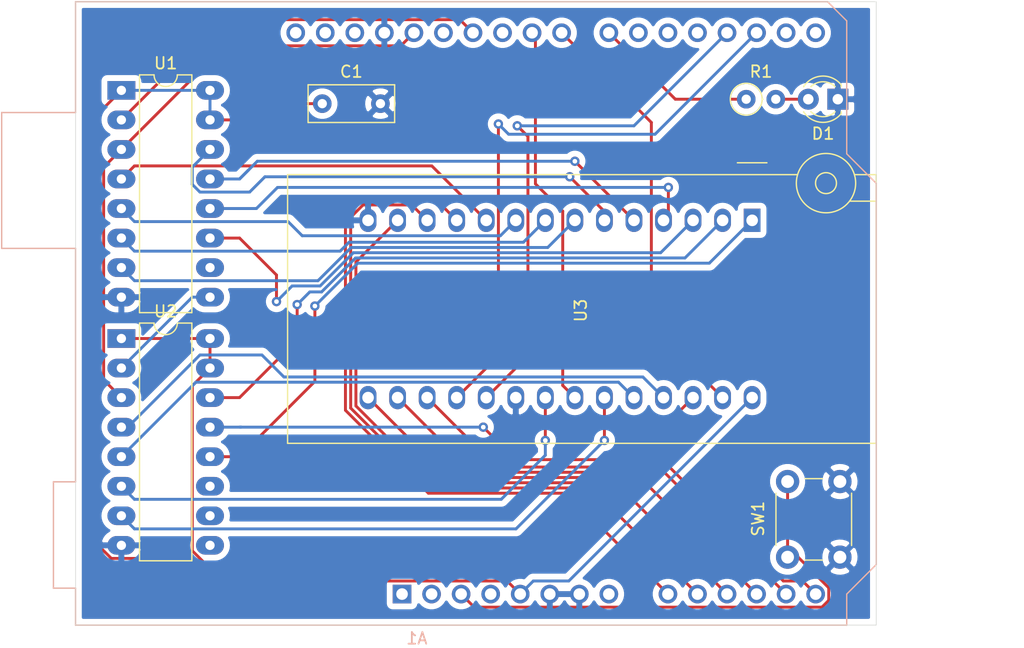
<source format=kicad_pcb>
(kicad_pcb (version 20171130) (host pcbnew 5.1.6+dfsg1-1)

  (general
    (thickness 1.6)
    (drawings 4)
    (tracks 186)
    (zones 0)
    (modules 8)
    (nets 38)
  )

  (page A4)
  (layers
    (0 F.Cu signal)
    (31 B.Cu signal)
    (32 B.Adhes user)
    (33 F.Adhes user)
    (34 B.Paste user)
    (35 F.Paste user)
    (36 B.SilkS user)
    (37 F.SilkS user)
    (38 B.Mask user)
    (39 F.Mask user)
    (40 Dwgs.User user)
    (41 Cmts.User user)
    (42 Eco1.User user)
    (43 Eco2.User user)
    (44 Edge.Cuts user)
    (45 Margin user)
    (46 B.CrtYd user)
    (47 F.CrtYd user)
    (48 B.Fab user)
    (49 F.Fab user)
  )

  (setup
    (last_trace_width 0.25)
    (trace_clearance 0.2)
    (zone_clearance 0.508)
    (zone_45_only no)
    (trace_min 0.2)
    (via_size 0.8)
    (via_drill 0.4)
    (via_min_size 0.4)
    (via_min_drill 0.3)
    (uvia_size 0.3)
    (uvia_drill 0.1)
    (uvias_allowed no)
    (uvia_min_size 0.2)
    (uvia_min_drill 0.1)
    (edge_width 0.05)
    (segment_width 0.2)
    (pcb_text_width 0.3)
    (pcb_text_size 1.5 1.5)
    (mod_edge_width 0.12)
    (mod_text_size 1 1)
    (mod_text_width 0.15)
    (pad_size 1.524 1.524)
    (pad_drill 0.762)
    (pad_to_mask_clearance 0.05)
    (aux_axis_origin 36.068 124.206)
    (grid_origin 36.068 124.206)
    (visible_elements FFFFFF7F)
    (pcbplotparams
      (layerselection 0x010fc_ffffffff)
      (usegerberextensions false)
      (usegerberattributes true)
      (usegerberadvancedattributes true)
      (creategerberjobfile true)
      (excludeedgelayer true)
      (linewidth 0.100000)
      (plotframeref false)
      (viasonmask false)
      (mode 1)
      (useauxorigin true)
      (hpglpennumber 1)
      (hpglpenspeed 20)
      (hpglpendiameter 15.000000)
      (psnegative false)
      (psa4output false)
      (plotreference true)
      (plotvalue true)
      (plotinvisibletext false)
      (padsonsilk false)
      (subtractmaskfromsilk false)
      (outputformat 1)
      (mirror false)
      (drillshape 0)
      (scaleselection 1)
      (outputdirectory "gerber"))
  )

  (net 0 "")
  (net 1 /D0)
  (net 2 /D1)
  (net 3 "Net-(A1-Pad3)")
  (net 4 /D2)
  (net 5 /D3)
  (net 6 +5V)
  (net 7 /D4)
  (net 8 GND)
  (net 9 /D5)
  (net 10 /D6)
  (net 11 /D7)
  (net 12 "Net-(A1-Pad26)")
  (net 13 "Net-(A1-Pad28)")
  (net 14 "Net-(U1-Pad9)")
  (net 15 "Net-(U1-Pad10)")
  (net 16 /A6)
  (net 17 /A5)
  (net 18 /A0)
  (net 19 /A4)
  (net 20 /A1)
  (net 21 /A3)
  (net 22 /A2)
  (net 23 /A10)
  (net 24 /A11)
  (net 25 /A9)
  (net 26 /A12)
  (net 27 /A8)
  (net 28 /A13)
  (net 29 /A7)
  (net 30 /A14)
  (net 31 "Net-(U2-Pad10)")
  (net 32 "Net-(U2-Pad9)")
  (net 33 STATUS)
  (net 34 "Net-(A1-Pad23)")
  (net 35 "Net-(A1-Pad24)")
  (net 36 "Net-(D1-Pad2)")
  (net 37 "Net-(U2-Pad11)")

  (net_class Default "This is the default net class."
    (clearance 0.2)
    (trace_width 0.25)
    (via_dia 0.8)
    (via_drill 0.4)
    (uvia_dia 0.3)
    (uvia_drill 0.1)
    (add_net +5V)
    (add_net /A0)
    (add_net /A1)
    (add_net /A10)
    (add_net /A11)
    (add_net /A12)
    (add_net /A13)
    (add_net /A14)
    (add_net /A2)
    (add_net /A3)
    (add_net /A4)
    (add_net /A5)
    (add_net /A6)
    (add_net /A7)
    (add_net /A8)
    (add_net /A9)
    (add_net /D0)
    (add_net /D1)
    (add_net /D2)
    (add_net /D3)
    (add_net /D4)
    (add_net /D5)
    (add_net /D6)
    (add_net /D7)
    (add_net GND)
    (add_net "Net-(A1-Pad23)")
    (add_net "Net-(A1-Pad24)")
    (add_net "Net-(A1-Pad26)")
    (add_net "Net-(A1-Pad28)")
    (add_net "Net-(A1-Pad3)")
    (add_net "Net-(D1-Pad2)")
    (add_net "Net-(U1-Pad10)")
    (add_net "Net-(U1-Pad9)")
    (add_net "Net-(U2-Pad10)")
    (add_net "Net-(U2-Pad11)")
    (add_net "Net-(U2-Pad9)")
    (add_net STATUS)
  )

  (module Module:Arduino_UNO_R3 (layer B.Cu) (tedit 58AB60FC) (tstamp 606B8055)
    (at 64.135 175.133)
    (descr "Arduino UNO R3, http://www.mouser.com/pdfdocs/Gravitech_Arduino_Nano3_0.pdf")
    (tags "Arduino UNO R3")
    (path /6056665F)
    (fp_text reference A1 (at 1.27 3.81 -180) (layer B.SilkS)
      (effects (font (size 1 1) (thickness 0.15)) (justify mirror))
    )
    (fp_text value Arduino_UNO_R3 (at 0 -22.86) (layer B.Fab)
      (effects (font (size 1 1) (thickness 0.15)) (justify mirror))
    )
    (fp_line (start 38.35 2.79) (end 38.35 0) (layer B.CrtYd) (width 0.05))
    (fp_line (start 38.35 0) (end 40.89 -2.54) (layer B.CrtYd) (width 0.05))
    (fp_line (start 40.89 -2.54) (end 40.89 -35.31) (layer B.CrtYd) (width 0.05))
    (fp_line (start 40.89 -35.31) (end 38.35 -37.85) (layer B.CrtYd) (width 0.05))
    (fp_line (start 38.35 -37.85) (end 38.35 -49.28) (layer B.CrtYd) (width 0.05))
    (fp_line (start 38.35 -49.28) (end 36.58 -51.05) (layer B.CrtYd) (width 0.05))
    (fp_line (start 36.58 -51.05) (end -28.19 -51.05) (layer B.CrtYd) (width 0.05))
    (fp_line (start -28.19 -51.05) (end -28.19 -41.53) (layer B.CrtYd) (width 0.05))
    (fp_line (start -28.19 -41.53) (end -34.54 -41.53) (layer B.CrtYd) (width 0.05))
    (fp_line (start -34.54 -41.53) (end -34.54 -29.59) (layer B.CrtYd) (width 0.05))
    (fp_line (start -34.54 -29.59) (end -28.19 -29.59) (layer B.CrtYd) (width 0.05))
    (fp_line (start -28.19 -29.59) (end -28.19 -9.78) (layer B.CrtYd) (width 0.05))
    (fp_line (start -28.19 -9.78) (end -30.1 -9.78) (layer B.CrtYd) (width 0.05))
    (fp_line (start -30.1 -9.78) (end -30.1 -0.38) (layer B.CrtYd) (width 0.05))
    (fp_line (start -30.1 -0.38) (end -28.19 -0.38) (layer B.CrtYd) (width 0.05))
    (fp_line (start -28.19 -0.38) (end -28.19 2.79) (layer B.CrtYd) (width 0.05))
    (fp_line (start -28.19 2.79) (end 38.35 2.79) (layer B.CrtYd) (width 0.05))
    (fp_line (start 40.77 -35.31) (end 40.77 -2.54) (layer B.SilkS) (width 0.12))
    (fp_line (start 40.77 -2.54) (end 38.23 0) (layer B.SilkS) (width 0.12))
    (fp_line (start 38.23 0) (end 38.23 2.67) (layer B.SilkS) (width 0.12))
    (fp_line (start 38.23 2.67) (end -28.07 2.67) (layer B.SilkS) (width 0.12))
    (fp_line (start -28.07 2.67) (end -28.07 -0.51) (layer B.SilkS) (width 0.12))
    (fp_line (start -28.07 -0.51) (end -29.97 -0.51) (layer B.SilkS) (width 0.12))
    (fp_line (start -29.97 -0.51) (end -29.97 -9.65) (layer B.SilkS) (width 0.12))
    (fp_line (start -29.97 -9.65) (end -28.07 -9.65) (layer B.SilkS) (width 0.12))
    (fp_line (start -28.07 -9.65) (end -28.07 -29.72) (layer B.SilkS) (width 0.12))
    (fp_line (start -28.07 -29.72) (end -34.42 -29.72) (layer B.SilkS) (width 0.12))
    (fp_line (start -34.42 -29.72) (end -34.42 -41.4) (layer B.SilkS) (width 0.12))
    (fp_line (start -34.42 -41.4) (end -28.07 -41.4) (layer B.SilkS) (width 0.12))
    (fp_line (start -28.07 -41.4) (end -28.07 -50.93) (layer B.SilkS) (width 0.12))
    (fp_line (start -28.07 -50.93) (end 36.58 -50.93) (layer B.SilkS) (width 0.12))
    (fp_line (start 36.58 -50.93) (end 38.23 -49.28) (layer B.SilkS) (width 0.12))
    (fp_line (start 38.23 -49.28) (end 38.23 -37.85) (layer B.SilkS) (width 0.12))
    (fp_line (start 38.23 -37.85) (end 40.77 -35.31) (layer B.SilkS) (width 0.12))
    (fp_line (start -34.29 -29.84) (end -18.41 -29.84) (layer B.Fab) (width 0.1))
    (fp_line (start -18.41 -29.84) (end -18.41 -41.27) (layer B.Fab) (width 0.1))
    (fp_line (start -18.41 -41.27) (end -34.29 -41.27) (layer B.Fab) (width 0.1))
    (fp_line (start -34.29 -41.27) (end -34.29 -29.84) (layer B.Fab) (width 0.1))
    (fp_line (start -29.84 -0.64) (end -16.51 -0.64) (layer B.Fab) (width 0.1))
    (fp_line (start -16.51 -0.64) (end -16.51 -9.53) (layer B.Fab) (width 0.1))
    (fp_line (start -16.51 -9.53) (end -29.84 -9.53) (layer B.Fab) (width 0.1))
    (fp_line (start -29.84 -9.53) (end -29.84 -0.64) (layer B.Fab) (width 0.1))
    (fp_line (start 38.1 -37.85) (end 38.1 -49.28) (layer B.Fab) (width 0.1))
    (fp_line (start 40.64 -2.54) (end 40.64 -35.31) (layer B.Fab) (width 0.1))
    (fp_line (start 40.64 -35.31) (end 38.1 -37.85) (layer B.Fab) (width 0.1))
    (fp_line (start 38.1 2.54) (end 38.1 0) (layer B.Fab) (width 0.1))
    (fp_line (start 38.1 0) (end 40.64 -2.54) (layer B.Fab) (width 0.1))
    (fp_line (start 38.1 -49.28) (end 36.58 -50.8) (layer B.Fab) (width 0.1))
    (fp_line (start 36.58 -50.8) (end -27.94 -50.8) (layer B.Fab) (width 0.1))
    (fp_line (start -27.94 -50.8) (end -27.94 2.54) (layer B.Fab) (width 0.1))
    (fp_line (start -27.94 2.54) (end 38.1 2.54) (layer B.Fab) (width 0.1))
    (fp_text user %R (at 0 -20.32 -180) (layer B.Fab)
      (effects (font (size 1 1) (thickness 0.15)) (justify mirror))
    )
    (pad 32 thru_hole oval (at -9.14 -48.26 270) (size 1.6 1.6) (drill 1) (layers *.Cu *.Mask))
    (pad 31 thru_hole oval (at -6.6 -48.26 270) (size 1.6 1.6) (drill 1) (layers *.Cu *.Mask))
    (pad 1 thru_hole rect (at 0 0 270) (size 1.6 1.6) (drill 1) (layers *.Cu *.Mask))
    (pad 17 thru_hole oval (at 30.48 -48.26 270) (size 1.6 1.6) (drill 1) (layers *.Cu *.Mask)
      (net 10 /D6))
    (pad 2 thru_hole oval (at 2.54 0 270) (size 1.6 1.6) (drill 1) (layers *.Cu *.Mask))
    (pad 18 thru_hole oval (at 27.94 -48.26 270) (size 1.6 1.6) (drill 1) (layers *.Cu *.Mask)
      (net 11 /D7))
    (pad 3 thru_hole oval (at 5.08 0 270) (size 1.6 1.6) (drill 1) (layers *.Cu *.Mask)
      (net 3 "Net-(A1-Pad3)"))
    (pad 19 thru_hole oval (at 25.4 -48.26 270) (size 1.6 1.6) (drill 1) (layers *.Cu *.Mask))
    (pad 4 thru_hole oval (at 7.62 0 270) (size 1.6 1.6) (drill 1) (layers *.Cu *.Mask))
    (pad 20 thru_hole oval (at 22.86 -48.26 270) (size 1.6 1.6) (drill 1) (layers *.Cu *.Mask))
    (pad 5 thru_hole oval (at 10.16 0 270) (size 1.6 1.6) (drill 1) (layers *.Cu *.Mask)
      (net 6 +5V))
    (pad 21 thru_hole oval (at 20.32 -48.26 270) (size 1.6 1.6) (drill 1) (layers *.Cu *.Mask))
    (pad 6 thru_hole oval (at 12.7 0 270) (size 1.6 1.6) (drill 1) (layers *.Cu *.Mask)
      (net 8 GND))
    (pad 22 thru_hole oval (at 17.78 -48.26 270) (size 1.6 1.6) (drill 1) (layers *.Cu *.Mask)
      (net 33 STATUS))
    (pad 7 thru_hole oval (at 15.24 0 270) (size 1.6 1.6) (drill 1) (layers *.Cu *.Mask)
      (net 8 GND))
    (pad 23 thru_hole oval (at 13.72 -48.26 270) (size 1.6 1.6) (drill 1) (layers *.Cu *.Mask)
      (net 34 "Net-(A1-Pad23)"))
    (pad 8 thru_hole oval (at 17.78 0 270) (size 1.6 1.6) (drill 1) (layers *.Cu *.Mask))
    (pad 24 thru_hole oval (at 11.18 -48.26 270) (size 1.6 1.6) (drill 1) (layers *.Cu *.Mask)
      (net 35 "Net-(A1-Pad24)"))
    (pad 9 thru_hole oval (at 22.86 0 270) (size 1.6 1.6) (drill 1) (layers *.Cu *.Mask)
      (net 1 /D0))
    (pad 25 thru_hole oval (at 8.64 -48.26 270) (size 1.6 1.6) (drill 1) (layers *.Cu *.Mask))
    (pad 10 thru_hole oval (at 25.4 0 270) (size 1.6 1.6) (drill 1) (layers *.Cu *.Mask)
      (net 2 /D1))
    (pad 26 thru_hole oval (at 6.1 -48.26 270) (size 1.6 1.6) (drill 1) (layers *.Cu *.Mask)
      (net 12 "Net-(A1-Pad26)"))
    (pad 11 thru_hole oval (at 27.94 0 270) (size 1.6 1.6) (drill 1) (layers *.Cu *.Mask)
      (net 4 /D2))
    (pad 27 thru_hole oval (at 3.56 -48.26 270) (size 1.6 1.6) (drill 1) (layers *.Cu *.Mask))
    (pad 12 thru_hole oval (at 30.48 0 270) (size 1.6 1.6) (drill 1) (layers *.Cu *.Mask)
      (net 5 /D3))
    (pad 28 thru_hole oval (at 1.02 -48.26 270) (size 1.6 1.6) (drill 1) (layers *.Cu *.Mask)
      (net 13 "Net-(A1-Pad28)"))
    (pad 13 thru_hole oval (at 33.02 0 270) (size 1.6 1.6) (drill 1) (layers *.Cu *.Mask)
      (net 7 /D4))
    (pad 29 thru_hole oval (at -1.52 -48.26 270) (size 1.6 1.6) (drill 1) (layers *.Cu *.Mask)
      (net 8 GND))
    (pad 14 thru_hole oval (at 35.56 0 270) (size 1.6 1.6) (drill 1) (layers *.Cu *.Mask)
      (net 9 /D5))
    (pad 30 thru_hole oval (at -4.06 -48.26 270) (size 1.6 1.6) (drill 1) (layers *.Cu *.Mask))
    (pad 15 thru_hole oval (at 35.56 -48.26 270) (size 1.6 1.6) (drill 1) (layers *.Cu *.Mask))
    (pad 16 thru_hole oval (at 33.02 -48.26 270) (size 1.6 1.6) (drill 1) (layers *.Cu *.Mask))
    (model ${KISYS3DMOD}/Module.3dshapes/Arduino_UNO_R3.wrl
      (at (xyz 0 0 0))
      (scale (xyz 1 1 1))
      (rotate (xyz 0 0 0))
    )
  )

  (module Capacitor_THT:C_Rect_L7.2mm_W3.0mm_P5.00mm_FKS2_FKP2_MKS2_MKP2 (layer F.Cu) (tedit 5AE50EF0) (tstamp 606B8068)
    (at 57.277 132.969)
    (descr "C, Rect series, Radial, pin pitch=5.00mm, , length*width=7.2*3.0mm^2, Capacitor, http://www.wima.com/EN/WIMA_FKS_2.pdf")
    (tags "C Rect series Radial pin pitch 5.00mm  length 7.2mm width 3.0mm Capacitor")
    (path /6068478C)
    (fp_text reference C1 (at 2.5 -2.75) (layer F.SilkS)
      (effects (font (size 1 1) (thickness 0.15)))
    )
    (fp_text value 0.1uF (at 2.5 2.75) (layer F.Fab)
      (effects (font (size 1 1) (thickness 0.15)))
    )
    (fp_line (start -1.1 -1.5) (end -1.1 1.5) (layer F.Fab) (width 0.1))
    (fp_line (start -1.1 1.5) (end 6.1 1.5) (layer F.Fab) (width 0.1))
    (fp_line (start 6.1 1.5) (end 6.1 -1.5) (layer F.Fab) (width 0.1))
    (fp_line (start 6.1 -1.5) (end -1.1 -1.5) (layer F.Fab) (width 0.1))
    (fp_line (start -1.22 -1.62) (end 6.22 -1.62) (layer F.SilkS) (width 0.12))
    (fp_line (start -1.22 1.62) (end 6.22 1.62) (layer F.SilkS) (width 0.12))
    (fp_line (start -1.22 -1.62) (end -1.22 1.62) (layer F.SilkS) (width 0.12))
    (fp_line (start 6.22 -1.62) (end 6.22 1.62) (layer F.SilkS) (width 0.12))
    (fp_line (start -1.35 -1.75) (end -1.35 1.75) (layer F.CrtYd) (width 0.05))
    (fp_line (start -1.35 1.75) (end 6.35 1.75) (layer F.CrtYd) (width 0.05))
    (fp_line (start 6.35 1.75) (end 6.35 -1.75) (layer F.CrtYd) (width 0.05))
    (fp_line (start 6.35 -1.75) (end -1.35 -1.75) (layer F.CrtYd) (width 0.05))
    (fp_text user %R (at 2.5 0) (layer F.Fab)
      (effects (font (size 1 1) (thickness 0.15)))
    )
    (pad 1 thru_hole circle (at 0 0) (size 1.6 1.6) (drill 0.8) (layers *.Cu *.Mask)
      (net 6 +5V))
    (pad 2 thru_hole circle (at 5 0) (size 1.6 1.6) (drill 0.8) (layers *.Cu *.Mask)
      (net 8 GND))
    (model ${KISYS3DMOD}/Capacitor_THT.3dshapes/C_Rect_L7.2mm_W3.0mm_P5.00mm_FKS2_FKP2_MKS2_MKP2.wrl
      (at (xyz 0 0 0))
      (scale (xyz 1 1 1))
      (rotate (xyz 0 0 0))
    )
  )

  (module LED_THT:LED_D3.0mm_FlatTop (layer F.Cu) (tedit 5880A862) (tstamp 606B807B)
    (at 101.6 132.588 180)
    (descr "LED, Round, FlatTop, diameter 3.0mm, 2 pins, http://www.kingbright.com/attachments/file/psearch/000/00/00/L-47XEC(Ver.9A).pdf")
    (tags "LED Round FlatTop diameter 3.0mm 2 pins")
    (path /60699EB8)
    (fp_text reference D1 (at 1.27 -2.96) (layer F.SilkS)
      (effects (font (size 1 1) (thickness 0.15)))
    )
    (fp_text value LED (at 1.27 2.96) (layer F.Fab)
      (effects (font (size 1 1) (thickness 0.15)))
    )
    (fp_circle (center 1.27 0) (end 2.77 0) (layer F.Fab) (width 0.1))
    (fp_line (start -0.23 -1.16619) (end -0.23 1.16619) (layer F.Fab) (width 0.1))
    (fp_line (start -0.29 -1.236) (end -0.29 -1.08) (layer F.SilkS) (width 0.12))
    (fp_line (start -0.29 1.08) (end -0.29 1.236) (layer F.SilkS) (width 0.12))
    (fp_line (start -1.15 -2.25) (end -1.15 2.25) (layer F.CrtYd) (width 0.05))
    (fp_line (start -1.15 2.25) (end 3.7 2.25) (layer F.CrtYd) (width 0.05))
    (fp_line (start 3.7 2.25) (end 3.7 -2.25) (layer F.CrtYd) (width 0.05))
    (fp_line (start 3.7 -2.25) (end -1.15 -2.25) (layer F.CrtYd) (width 0.05))
    (fp_arc (start 1.27 0) (end -0.23 -1.16619) (angle 284.3) (layer F.Fab) (width 0.1))
    (fp_arc (start 1.27 0) (end -0.29 -1.235516) (angle 108.8) (layer F.SilkS) (width 0.12))
    (fp_arc (start 1.27 0) (end -0.29 1.235516) (angle -108.8) (layer F.SilkS) (width 0.12))
    (fp_arc (start 1.27 0) (end 0.229039 -1.08) (angle 87.9) (layer F.SilkS) (width 0.12))
    (fp_arc (start 1.27 0) (end 0.229039 1.08) (angle -87.9) (layer F.SilkS) (width 0.12))
    (pad 1 thru_hole rect (at 0 0 180) (size 1.8 1.8) (drill 0.9) (layers *.Cu *.Mask)
      (net 8 GND))
    (pad 2 thru_hole circle (at 2.54 0 180) (size 1.8 1.8) (drill 0.9) (layers *.Cu *.Mask)
      (net 36 "Net-(D1-Pad2)"))
    (model ${KISYS3DMOD}/LED_THT.3dshapes/LED_D3.0mm_FlatTop.wrl
      (at (xyz 0 0 0))
      (scale (xyz 1 1 1))
      (rotate (xyz 0 0 0))
    )
  )

  (module Button_Switch_THT:SW_PUSH_6mm (layer F.Cu) (tedit 5A02FE31) (tstamp 606BA11C)
    (at 97.282 171.958 90)
    (descr https://www.omron.com/ecb/products/pdf/en-b3f.pdf)
    (tags "tact sw push 6mm")
    (path /607240F2)
    (fp_text reference SW1 (at 3.302 -2.54 90) (layer F.SilkS)
      (effects (font (size 1 1) (thickness 0.15)))
    )
    (fp_text value Reset (at 3.75 6.7 90) (layer F.Fab)
      (effects (font (size 1 1) (thickness 0.15)))
    )
    (fp_line (start 3.25 -0.75) (end 6.25 -0.75) (layer F.Fab) (width 0.1))
    (fp_line (start 6.25 -0.75) (end 6.25 5.25) (layer F.Fab) (width 0.1))
    (fp_line (start 6.25 5.25) (end 0.25 5.25) (layer F.Fab) (width 0.1))
    (fp_line (start 0.25 5.25) (end 0.25 -0.75) (layer F.Fab) (width 0.1))
    (fp_line (start 0.25 -0.75) (end 3.25 -0.75) (layer F.Fab) (width 0.1))
    (fp_line (start 7.75 6) (end 8 6) (layer F.CrtYd) (width 0.05))
    (fp_line (start 8 6) (end 8 5.75) (layer F.CrtYd) (width 0.05))
    (fp_line (start 7.75 -1.5) (end 8 -1.5) (layer F.CrtYd) (width 0.05))
    (fp_line (start 8 -1.5) (end 8 -1.25) (layer F.CrtYd) (width 0.05))
    (fp_line (start -1.5 -1.25) (end -1.5 -1.5) (layer F.CrtYd) (width 0.05))
    (fp_line (start -1.5 -1.5) (end -1.25 -1.5) (layer F.CrtYd) (width 0.05))
    (fp_line (start -1.5 5.75) (end -1.5 6) (layer F.CrtYd) (width 0.05))
    (fp_line (start -1.5 6) (end -1.25 6) (layer F.CrtYd) (width 0.05))
    (fp_line (start -1.25 -1.5) (end 7.75 -1.5) (layer F.CrtYd) (width 0.05))
    (fp_line (start -1.5 5.75) (end -1.5 -1.25) (layer F.CrtYd) (width 0.05))
    (fp_line (start 7.75 6) (end -1.25 6) (layer F.CrtYd) (width 0.05))
    (fp_line (start 8 -1.25) (end 8 5.75) (layer F.CrtYd) (width 0.05))
    (fp_line (start 1 5.5) (end 5.5 5.5) (layer F.SilkS) (width 0.12))
    (fp_line (start -0.25 1.5) (end -0.25 3) (layer F.SilkS) (width 0.12))
    (fp_line (start 5.5 -1) (end 1 -1) (layer F.SilkS) (width 0.12))
    (fp_line (start 6.75 3) (end 6.75 1.5) (layer F.SilkS) (width 0.12))
    (fp_circle (center 3.25 2.25) (end 1.25 2.5) (layer F.Fab) (width 0.1))
    (fp_text user %R (at 3.25 2.25 90) (layer F.Fab)
      (effects (font (size 1 1) (thickness 0.15)))
    )
    (pad 2 thru_hole circle (at 0 4.5 180) (size 2 2) (drill 1.1) (layers *.Cu *.Mask)
      (net 8 GND))
    (pad 1 thru_hole circle (at 0 0 180) (size 2 2) (drill 1.1) (layers *.Cu *.Mask)
      (net 3 "Net-(A1-Pad3)"))
    (pad 2 thru_hole circle (at 6.5 4.5 180) (size 2 2) (drill 1.1) (layers *.Cu *.Mask)
      (net 8 GND))
    (pad 1 thru_hole circle (at 6.5 0 180) (size 2 2) (drill 1.1) (layers *.Cu *.Mask)
      (net 3 "Net-(A1-Pad3)"))
    (model ${KISYS3DMOD}/Button_Switch_THT.3dshapes/SW_PUSH_6mm.wrl
      (at (xyz 0 0 0))
      (scale (xyz 1 1 1))
      (rotate (xyz 0 0 0))
    )
  )

  (module Socket:DIP_Socket-28_W11.9_W12.7_W15.24_W17.78_W18.5_3M_228-1277-00-0602J (layer F.Cu) (tedit 5AF5D4CC) (tstamp 606B8166)
    (at 94.234 143.002 270)
    (descr "3M 28-pin zero insertion force socket, through-hole, row spacing 15.24 mm (600 mils), http://multimedia.3m.com/mws/media/494546O/3mtm-dip-sockets-100-2-54-mm-ts0365.pdf")
    (tags "THT DIP DIL ZIF 15.24mm 600mil Socket")
    (path /6056804A)
    (fp_text reference U3 (at 7.747 14.732 90) (layer F.SilkS)
      (effects (font (size 1 1) (thickness 0.15)))
    )
    (fp_text value 28C256 (at 7.62 40.84 90) (layer F.Fab)
      (effects (font (size 0.6 0.6) (thickness 0.09)))
    )
    (fp_circle (center -3.2 -6.35) (end -0.65 -6.35) (layer F.SilkS) (width 0.12))
    (fp_circle (center -3.2 -6.35) (end -2.3 -6.35) (layer F.SilkS) (width 0.12))
    (fp_line (start -5.5 -23.36) (end 0.1 -23.36) (layer F.CrtYd) (width 0.05))
    (fp_line (start 0.1 -23.36) (end 0.1 -11.06) (layer F.CrtYd) (width 0.05))
    (fp_line (start 0.1 -11.06) (end 19.57 -11.06) (layer F.CrtYd) (width 0.05))
    (fp_line (start 19.57 -11.06) (end 19.57 40.34) (layer F.CrtYd) (width 0.05))
    (fp_line (start 19.57 40.34) (end -4.33 40.34) (layer F.CrtYd) (width 0.05))
    (fp_line (start -4.33 40.34) (end -4.33 -3.4) (layer F.CrtYd) (width 0.05))
    (fp_line (start -4.33 -3.4) (end -5.5 -3.4) (layer F.CrtYd) (width 0.05))
    (fp_line (start -5.5 -3.4) (end -5.5 -23.36) (layer F.CrtYd) (width 0.05))
    (fp_line (start -5 -21.46) (end -3.7 -22.86) (layer F.Fab) (width 0.1))
    (fp_line (start -3.7 -22.86) (end -1.7 -22.86) (layer F.Fab) (width 0.1))
    (fp_line (start -1.7 -22.86) (end -0.4 -21.46) (layer F.Fab) (width 0.1))
    (fp_line (start -0.4 -21.46) (end -5 -21.46) (layer F.Fab) (width 0.1))
    (fp_line (start -5 -21.46) (end -5 -17.86) (layer F.Fab) (width 0.1))
    (fp_line (start -5 -17.86) (end -0.4 -17.86) (layer F.Fab) (width 0.1))
    (fp_line (start -0.4 -17.86) (end -0.4 -21.46) (layer F.Fab) (width 0.1))
    (fp_line (start -5 -17.86) (end -3.5 -15.86) (layer F.Fab) (width 0.1))
    (fp_line (start -0.4 -17.86) (end -1.9 -15.86) (layer F.Fab) (width 0.1))
    (fp_line (start -3.5 -9.75) (end -3.5 -15.86) (layer F.Fab) (width 0.1))
    (fp_line (start -3.5 -15.86) (end -1.9 -15.86) (layer F.Fab) (width 0.1))
    (fp_line (start -1.9 -15.86) (end -1.9 -10.56) (layer F.Fab) (width 0.1))
    (fp_line (start 19.07 39.84) (end -3.83 39.84) (layer F.Fab) (width 0.1))
    (fp_line (start -3.83 39.84) (end -3.83 -9.4) (layer F.Fab) (width 0.1))
    (fp_line (start -3.83 -9.4) (end -2.85 -10.56) (layer F.Fab) (width 0.1))
    (fp_line (start -2.85 -10.56) (end 19.07 -10.56) (layer F.Fab) (width 0.1))
    (fp_line (start 19.07 -10.56) (end 19.07 39.84) (layer F.Fab) (width 0.1))
    (fp_line (start -3.93 -3.9) (end -3.93 39.94) (layer F.SilkS) (width 0.12))
    (fp_line (start -3.93 39.94) (end 19.17 39.94) (layer F.SilkS) (width 0.12))
    (fp_line (start 19.17 39.94) (end 19.17 -10.66) (layer F.SilkS) (width 0.12))
    (fp_line (start 19.17 -10.66) (end -3.93 -10.66) (layer F.SilkS) (width 0.12))
    (fp_line (start -3.93 -10.66) (end -3.93 -8.8) (layer F.SilkS) (width 0.12))
    (fp_line (start -1.65 -10.66) (end -1.65 -8.4) (layer F.SilkS) (width 0.12))
    (fp_line (start -4.95 1.27) (end -4.95 -1.27) (layer F.SilkS) (width 0.12))
    (fp_text user %R (at 7.62 14.64 90) (layer F.Fab)
      (effects (font (size 1 1) (thickness 0.15)))
    )
    (pad 1 thru_hole rect (at 0 0 270) (size 2 1.44) (drill 1) (layers *.Cu *.Mask)
      (net 30 /A14))
    (pad 28 thru_hole oval (at 15.24 0 270) (size 2 1.44) (drill 1) (layers *.Cu *.Mask)
      (net 6 +5V))
    (pad 2 thru_hole oval (at 0 2.54 270) (size 2 1.44) (drill 1) (layers *.Cu *.Mask)
      (net 26 /A12))
    (pad 27 thru_hole oval (at 15.24 2.54 270) (size 2 1.44) (drill 1) (layers *.Cu *.Mask)
      (net 34 "Net-(A1-Pad23)"))
    (pad 3 thru_hole oval (at 0 5.08 270) (size 2 1.44) (drill 1) (layers *.Cu *.Mask)
      (net 29 /A7))
    (pad 26 thru_hole oval (at 15.24 5.08 270) (size 2 1.44) (drill 1) (layers *.Cu *.Mask)
      (net 28 /A13))
    (pad 4 thru_hole oval (at 0 7.62 270) (size 2 1.44) (drill 1) (layers *.Cu *.Mask)
      (net 16 /A6))
    (pad 25 thru_hole oval (at 15.24 7.62 270) (size 2 1.44) (drill 1) (layers *.Cu *.Mask)
      (net 27 /A8))
    (pad 5 thru_hole oval (at 0 10.16 270) (size 2 1.44) (drill 1) (layers *.Cu *.Mask)
      (net 17 /A5))
    (pad 24 thru_hole oval (at 15.24 10.16 270) (size 2 1.44) (drill 1) (layers *.Cu *.Mask)
      (net 25 /A9))
    (pad 6 thru_hole oval (at 0 12.7 270) (size 2 1.44) (drill 1) (layers *.Cu *.Mask)
      (net 19 /A4))
    (pad 23 thru_hole oval (at 15.24 12.7 270) (size 2 1.44) (drill 1) (layers *.Cu *.Mask)
      (net 24 /A11))
    (pad 7 thru_hole oval (at 0 15.24 270) (size 2 1.44) (drill 1) (layers *.Cu *.Mask)
      (net 21 /A3))
    (pad 22 thru_hole oval (at 15.24 15.24 270) (size 2 1.44) (drill 1) (layers *.Cu *.Mask)
      (net 35 "Net-(A1-Pad24)"))
    (pad 8 thru_hole oval (at 0 17.78 270) (size 2 1.44) (drill 1) (layers *.Cu *.Mask)
      (net 22 /A2))
    (pad 21 thru_hole oval (at 15.24 17.78 270) (size 2 1.44) (drill 1) (layers *.Cu *.Mask)
      (net 23 /A10))
    (pad 9 thru_hole oval (at 0 20.32 270) (size 2 1.44) (drill 1) (layers *.Cu *.Mask)
      (net 20 /A1))
    (pad 20 thru_hole oval (at 15.24 20.32 270) (size 2 1.44) (drill 1) (layers *.Cu *.Mask)
      (net 8 GND))
    (pad 10 thru_hole oval (at 0 22.86 270) (size 2 1.44) (drill 1) (layers *.Cu *.Mask)
      (net 18 /A0))
    (pad 19 thru_hole oval (at 15.24 22.86 270) (size 2 1.44) (drill 1) (layers *.Cu *.Mask)
      (net 11 /D7))
    (pad 11 thru_hole oval (at 0 25.4 270) (size 2 1.44) (drill 1) (layers *.Cu *.Mask)
      (net 1 /D0))
    (pad 18 thru_hole oval (at 15.24 25.4 270) (size 2 1.44) (drill 1) (layers *.Cu *.Mask)
      (net 10 /D6))
    (pad 12 thru_hole oval (at 0 27.94 270) (size 2 1.44) (drill 1) (layers *.Cu *.Mask)
      (net 2 /D1))
    (pad 17 thru_hole oval (at 15.24 27.94 270) (size 2 1.44) (drill 1) (layers *.Cu *.Mask)
      (net 9 /D5))
    (pad 13 thru_hole oval (at 0 30.48 270) (size 2 1.44) (drill 1) (layers *.Cu *.Mask)
      (net 4 /D2))
    (pad 16 thru_hole oval (at 15.24 30.48 270) (size 2 1.44) (drill 1) (layers *.Cu *.Mask)
      (net 7 /D4))
    (pad 14 thru_hole oval (at 0 33.02 270) (size 2 1.44) (drill 1) (layers *.Cu *.Mask)
      (net 8 GND))
    (pad 15 thru_hole oval (at 15.24 33.02 270) (size 2 1.44) (drill 1) (layers *.Cu *.Mask)
      (net 5 /D3))
    (model ${KISYS3DMOD}/Socket.3dshapes/DIP_Socket-28_W11.9_W12.7_W15.24_W17.78_W18.5_3M_228-1277-00-0602J.wrl
      (at (xyz 0 0 0))
      (scale (xyz 1 1 1))
      (rotate (xyz 0 0 0))
    )
  )

  (module Resistor_THT:R_Axial_DIN0207_L6.3mm_D2.5mm_P2.54mm_Vertical (layer F.Cu) (tedit 5AE5139B) (tstamp 606B9E3A)
    (at 93.726 132.588)
    (descr "Resistor, Axial_DIN0207 series, Axial, Vertical, pin pitch=2.54mm, 0.25W = 1/4W, length*diameter=6.3*2.5mm^2, http://cdn-reichelt.de/documents/datenblatt/B400/1_4W%23YAG.pdf")
    (tags "Resistor Axial_DIN0207 series Axial Vertical pin pitch 2.54mm 0.25W = 1/4W length 6.3mm diameter 2.5mm")
    (path /606993E7)
    (fp_text reference R1 (at 1.27 -2.37) (layer F.SilkS)
      (effects (font (size 1 1) (thickness 0.15)))
    )
    (fp_text value R (at 1.27 2.37) (layer F.Fab)
      (effects (font (size 1 1) (thickness 0.15)))
    )
    (fp_circle (center 0 0) (end 1.25 0) (layer F.Fab) (width 0.1))
    (fp_circle (center 0 0) (end 1.37 0) (layer F.SilkS) (width 0.12))
    (fp_line (start 0 0) (end 2.54 0) (layer F.Fab) (width 0.1))
    (fp_line (start 1.37 0) (end 1.44 0) (layer F.SilkS) (width 0.12))
    (fp_line (start -1.5 -1.5) (end -1.5 1.5) (layer F.CrtYd) (width 0.05))
    (fp_line (start -1.5 1.5) (end 3.59 1.5) (layer F.CrtYd) (width 0.05))
    (fp_line (start 3.59 1.5) (end 3.59 -1.5) (layer F.CrtYd) (width 0.05))
    (fp_line (start 3.59 -1.5) (end -1.5 -1.5) (layer F.CrtYd) (width 0.05))
    (fp_text user %R (at 1.27 -2.37) (layer F.Fab)
      (effects (font (size 1 1) (thickness 0.15)))
    )
    (pad 1 thru_hole circle (at 0 0) (size 1.6 1.6) (drill 0.8) (layers *.Cu *.Mask)
      (net 33 STATUS))
    (pad 2 thru_hole oval (at 2.54 0) (size 1.6 1.6) (drill 0.8) (layers *.Cu *.Mask)
      (net 36 "Net-(D1-Pad2)"))
    (model ${KISYS3DMOD}/Resistor_THT.3dshapes/R_Axial_DIN0207_L6.3mm_D2.5mm_P2.54mm_Vertical.wrl
      (at (xyz 0 0 0))
      (scale (xyz 1 1 1))
      (rotate (xyz 0 0 0))
    )
  )

  (module Package_DIP:DIP-16_W7.62mm_LongPads (layer F.Cu) (tedit 5A02E8C5) (tstamp 60858A83)
    (at 40.005 131.826)
    (descr "16-lead though-hole mounted DIP package, row spacing 7.62 mm (300 mils), LongPads")
    (tags "THT DIP DIL PDIP 2.54mm 7.62mm 300mil LongPads")
    (path /607511B9)
    (fp_text reference U1 (at 3.81 -2.33) (layer F.SilkS)
      (effects (font (size 1 1) (thickness 0.15)))
    )
    (fp_text value 4094 (at 3.81 20.11) (layer F.Fab)
      (effects (font (size 1 1) (thickness 0.15)))
    )
    (fp_line (start 9.1 -1.55) (end -1.45 -1.55) (layer F.CrtYd) (width 0.05))
    (fp_line (start 9.1 19.3) (end 9.1 -1.55) (layer F.CrtYd) (width 0.05))
    (fp_line (start -1.45 19.3) (end 9.1 19.3) (layer F.CrtYd) (width 0.05))
    (fp_line (start -1.45 -1.55) (end -1.45 19.3) (layer F.CrtYd) (width 0.05))
    (fp_line (start 6.06 -1.33) (end 4.81 -1.33) (layer F.SilkS) (width 0.12))
    (fp_line (start 6.06 19.11) (end 6.06 -1.33) (layer F.SilkS) (width 0.12))
    (fp_line (start 1.56 19.11) (end 6.06 19.11) (layer F.SilkS) (width 0.12))
    (fp_line (start 1.56 -1.33) (end 1.56 19.11) (layer F.SilkS) (width 0.12))
    (fp_line (start 2.81 -1.33) (end 1.56 -1.33) (layer F.SilkS) (width 0.12))
    (fp_line (start 0.635 -0.27) (end 1.635 -1.27) (layer F.Fab) (width 0.1))
    (fp_line (start 0.635 19.05) (end 0.635 -0.27) (layer F.Fab) (width 0.1))
    (fp_line (start 6.985 19.05) (end 0.635 19.05) (layer F.Fab) (width 0.1))
    (fp_line (start 6.985 -1.27) (end 6.985 19.05) (layer F.Fab) (width 0.1))
    (fp_line (start 1.635 -1.27) (end 6.985 -1.27) (layer F.Fab) (width 0.1))
    (fp_arc (start 3.81 -1.33) (end 2.81 -1.33) (angle -180) (layer F.SilkS) (width 0.12))
    (fp_text user %R (at 3.81 8.89) (layer F.Fab)
      (effects (font (size 1 1) (thickness 0.15)))
    )
    (pad 1 thru_hole rect (at 0 0) (size 2.4 1.6) (drill 0.8) (layers *.Cu *.Mask)
      (net 6 +5V))
    (pad 9 thru_hole oval (at 7.62 17.78) (size 2.4 1.6) (drill 0.8) (layers *.Cu *.Mask)
      (net 14 "Net-(U1-Pad9)"))
    (pad 2 thru_hole oval (at 0 2.54) (size 2.4 1.6) (drill 0.8) (layers *.Cu *.Mask)
      (net 12 "Net-(A1-Pad26)"))
    (pad 10 thru_hole oval (at 7.62 15.24) (size 2.4 1.6) (drill 0.8) (layers *.Cu *.Mask)
      (net 15 "Net-(U1-Pad10)"))
    (pad 3 thru_hole oval (at 0 5.08) (size 2.4 1.6) (drill 0.8) (layers *.Cu *.Mask)
      (net 13 "Net-(A1-Pad28)"))
    (pad 11 thru_hole oval (at 7.62 12.7) (size 2.4 1.6) (drill 0.8) (layers *.Cu *.Mask)
      (net 29 /A7))
    (pad 4 thru_hole oval (at 0 7.62) (size 2.4 1.6) (drill 0.8) (layers *.Cu *.Mask)
      (net 18 /A0))
    (pad 12 thru_hole oval (at 7.62 10.16) (size 2.4 1.6) (drill 0.8) (layers *.Cu *.Mask)
      (net 16 /A6))
    (pad 5 thru_hole oval (at 0 10.16) (size 2.4 1.6) (drill 0.8) (layers *.Cu *.Mask)
      (net 20 /A1))
    (pad 13 thru_hole oval (at 7.62 7.62) (size 2.4 1.6) (drill 0.8) (layers *.Cu *.Mask)
      (net 17 /A5))
    (pad 6 thru_hole oval (at 0 12.7) (size 2.4 1.6) (drill 0.8) (layers *.Cu *.Mask)
      (net 22 /A2))
    (pad 14 thru_hole oval (at 7.62 5.08) (size 2.4 1.6) (drill 0.8) (layers *.Cu *.Mask)
      (net 19 /A4))
    (pad 7 thru_hole oval (at 0 15.24) (size 2.4 1.6) (drill 0.8) (layers *.Cu *.Mask)
      (net 21 /A3))
    (pad 15 thru_hole oval (at 7.62 2.54) (size 2.4 1.6) (drill 0.8) (layers *.Cu *.Mask)
      (net 6 +5V))
    (pad 8 thru_hole oval (at 0 17.78) (size 2.4 1.6) (drill 0.8) (layers *.Cu *.Mask)
      (net 8 GND))
    (pad 16 thru_hole oval (at 7.62 0) (size 2.4 1.6) (drill 0.8) (layers *.Cu *.Mask)
      (net 6 +5V))
    (model ${KISYS3DMOD}/Package_DIP.3dshapes/DIP-16_W7.62mm.wrl
      (at (xyz 0 0 0))
      (scale (xyz 1 1 1))
      (rotate (xyz 0 0 0))
    )
  )

  (module Package_DIP:DIP-16_W7.62mm_LongPads (layer F.Cu) (tedit 5A02E8C5) (tstamp 60858AA6)
    (at 40.005 153.162)
    (descr "16-lead though-hole mounted DIP package, row spacing 7.62 mm (300 mils), LongPads")
    (tags "THT DIP DIL PDIP 2.54mm 7.62mm 300mil LongPads")
    (path /6075EC0E)
    (fp_text reference U2 (at 3.81 -2.33) (layer F.SilkS)
      (effects (font (size 1 1) (thickness 0.15)))
    )
    (fp_text value 4094 (at 3.81 20.11) (layer F.Fab)
      (effects (font (size 1 1) (thickness 0.15)))
    )
    (fp_text user %R (at 3.81 8.89) (layer F.Fab)
      (effects (font (size 1 1) (thickness 0.15)))
    )
    (fp_arc (start 3.81 -1.33) (end 2.81 -1.33) (angle -180) (layer F.SilkS) (width 0.12))
    (fp_line (start 1.635 -1.27) (end 6.985 -1.27) (layer F.Fab) (width 0.1))
    (fp_line (start 6.985 -1.27) (end 6.985 19.05) (layer F.Fab) (width 0.1))
    (fp_line (start 6.985 19.05) (end 0.635 19.05) (layer F.Fab) (width 0.1))
    (fp_line (start 0.635 19.05) (end 0.635 -0.27) (layer F.Fab) (width 0.1))
    (fp_line (start 0.635 -0.27) (end 1.635 -1.27) (layer F.Fab) (width 0.1))
    (fp_line (start 2.81 -1.33) (end 1.56 -1.33) (layer F.SilkS) (width 0.12))
    (fp_line (start 1.56 -1.33) (end 1.56 19.11) (layer F.SilkS) (width 0.12))
    (fp_line (start 1.56 19.11) (end 6.06 19.11) (layer F.SilkS) (width 0.12))
    (fp_line (start 6.06 19.11) (end 6.06 -1.33) (layer F.SilkS) (width 0.12))
    (fp_line (start 6.06 -1.33) (end 4.81 -1.33) (layer F.SilkS) (width 0.12))
    (fp_line (start -1.45 -1.55) (end -1.45 19.3) (layer F.CrtYd) (width 0.05))
    (fp_line (start -1.45 19.3) (end 9.1 19.3) (layer F.CrtYd) (width 0.05))
    (fp_line (start 9.1 19.3) (end 9.1 -1.55) (layer F.CrtYd) (width 0.05))
    (fp_line (start 9.1 -1.55) (end -1.45 -1.55) (layer F.CrtYd) (width 0.05))
    (pad 16 thru_hole oval (at 7.62 0) (size 2.4 1.6) (drill 0.8) (layers *.Cu *.Mask)
      (net 6 +5V))
    (pad 8 thru_hole oval (at 0 17.78) (size 2.4 1.6) (drill 0.8) (layers *.Cu *.Mask)
      (net 8 GND))
    (pad 15 thru_hole oval (at 7.62 2.54) (size 2.4 1.6) (drill 0.8) (layers *.Cu *.Mask)
      (net 6 +5V))
    (pad 7 thru_hole oval (at 0 15.24) (size 2.4 1.6) (drill 0.8) (layers *.Cu *.Mask)
      (net 24 /A11))
    (pad 14 thru_hole oval (at 7.62 5.08) (size 2.4 1.6) (drill 0.8) (layers *.Cu *.Mask)
      (net 26 /A12))
    (pad 6 thru_hole oval (at 0 12.7) (size 2.4 1.6) (drill 0.8) (layers *.Cu *.Mask)
      (net 23 /A10))
    (pad 13 thru_hole oval (at 7.62 7.62) (size 2.4 1.6) (drill 0.8) (layers *.Cu *.Mask)
      (net 28 /A13))
    (pad 5 thru_hole oval (at 0 10.16) (size 2.4 1.6) (drill 0.8) (layers *.Cu *.Mask)
      (net 25 /A9))
    (pad 12 thru_hole oval (at 7.62 10.16) (size 2.4 1.6) (drill 0.8) (layers *.Cu *.Mask)
      (net 30 /A14))
    (pad 4 thru_hole oval (at 0 7.62) (size 2.4 1.6) (drill 0.8) (layers *.Cu *.Mask)
      (net 27 /A8))
    (pad 11 thru_hole oval (at 7.62 12.7) (size 2.4 1.6) (drill 0.8) (layers *.Cu *.Mask)
      (net 37 "Net-(U2-Pad11)"))
    (pad 3 thru_hole oval (at 0 5.08) (size 2.4 1.6) (drill 0.8) (layers *.Cu *.Mask)
      (net 13 "Net-(A1-Pad28)"))
    (pad 10 thru_hole oval (at 7.62 15.24) (size 2.4 1.6) (drill 0.8) (layers *.Cu *.Mask)
      (net 31 "Net-(U2-Pad10)"))
    (pad 2 thru_hole oval (at 0 2.54) (size 2.4 1.6) (drill 0.8) (layers *.Cu *.Mask)
      (net 14 "Net-(U1-Pad9)"))
    (pad 9 thru_hole oval (at 7.62 17.78) (size 2.4 1.6) (drill 0.8) (layers *.Cu *.Mask)
      (net 32 "Net-(U2-Pad9)"))
    (pad 1 thru_hole rect (at 0 0) (size 2.4 1.6) (drill 0.8) (layers *.Cu *.Mask)
      (net 6 +5V))
    (model ${KISYS3DMOD}/Package_DIP.3dshapes/DIP-16_W7.62mm.wrl
      (at (xyz 0 0 0))
      (scale (xyz 1 1 1))
      (rotate (xyz 0 0 0))
    )
  )

  (gr_line (start 36.068 124.206) (end 36.068 177.8) (layer Edge.Cuts) (width 0.05) (tstamp 606B8F2D))
  (gr_line (start 104.902 124.206) (end 36.068 124.206) (layer Edge.Cuts) (width 0.05))
  (gr_line (start 104.902 177.8) (end 104.902 124.206) (layer Edge.Cuts) (width 0.05))
  (gr_line (start 36.068 177.8) (end 104.902 177.8) (layer Edge.Cuts) (width 0.05))

  (segment (start 67.05898 141.22698) (end 68.834 143.002) (width 0.25) (layer F.Cu) (net 1) (status 20))
  (segment (start 60.594743 141.22698) (end 67.05898 141.22698) (width 0.25) (layer F.Cu) (net 1))
  (segment (start 59.268971 142.552752) (end 60.594743 141.22698) (width 0.25) (layer F.Cu) (net 1))
  (segment (start 59.26897 159.327657) (end 59.268971 142.552752) (width 0.25) (layer F.Cu) (net 1))
  (segment (start 66.402359 166.461046) (end 59.26897 159.327657) (width 0.25) (layer F.Cu) (net 1))
  (segment (start 78.323046 166.461046) (end 66.402359 166.461046) (width 0.25) (layer F.Cu) (net 1))
  (segment (start 86.995 175.133) (end 78.323046 166.461046) (width 0.25) (layer F.Cu) (net 1) (status 10))
  (segment (start 64.96899 141.67699) (end 66.294 143.002) (width 0.25) (layer F.Cu) (net 2) (status 20))
  (segment (start 59.71898 142.739153) (end 60.781143 141.67699) (width 0.25) (layer F.Cu) (net 2))
  (segment (start 59.71898 159.141257) (end 59.71898 142.739153) (width 0.25) (layer F.Cu) (net 2))
  (segment (start 66.58876 166.011037) (end 59.71898 159.141257) (width 0.25) (layer F.Cu) (net 2))
  (segment (start 80.413038 166.011038) (end 66.58876 166.011037) (width 0.25) (layer F.Cu) (net 2))
  (segment (start 89.535 175.133) (end 80.413038 166.011038) (width 0.25) (layer F.Cu) (net 2) (status 10))
  (segment (start 60.781143 141.67699) (end 64.96899 141.67699) (width 0.25) (layer F.Cu) (net 2))
  (segment (start 97.282 171.958) (end 97.282 165.458) (width 0.25) (layer F.Cu) (net 3) (status 30))
  (segment (start 98.185002 171.958) (end 97.282 171.958) (width 0.25) (layer F.Cu) (net 3) (status 30))
  (segment (start 100.820001 174.592999) (end 98.185002 171.958) (width 0.25) (layer F.Cu) (net 3) (status 20))
  (segment (start 100.820001 175.673001) (end 100.820001 174.592999) (width 0.25) (layer F.Cu) (net 3))
  (segment (start 70.340001 176.258001) (end 100.235001 176.258001) (width 0.25) (layer F.Cu) (net 3))
  (segment (start 100.235001 176.258001) (end 100.820001 175.673001) (width 0.25) (layer F.Cu) (net 3))
  (segment (start 69.215 175.133) (end 70.340001 176.258001) (width 0.25) (layer F.Cu) (net 3) (status 10))
  (segment (start 60.16899 146.58701) (end 63.754 143.002) (width 0.25) (layer F.Cu) (net 4) (status 20))
  (segment (start 60.16899 158.954857) (end 60.16899 146.58701) (width 0.25) (layer F.Cu) (net 4))
  (segment (start 66.775161 165.561028) (end 60.16899 158.954857) (width 0.25) (layer F.Cu) (net 4))
  (segment (start 82.503028 165.561028) (end 66.775161 165.561028) (width 0.25) (layer F.Cu) (net 4))
  (segment (start 92.075 175.133) (end 82.503028 165.561028) (width 0.25) (layer F.Cu) (net 4) (status 10))
  (segment (start 68.083019 165.111019) (end 61.214 158.242) (width 0.25) (layer F.Cu) (net 5) (status 20))
  (segment (start 84.593019 165.111019) (end 68.083019 165.111019) (width 0.25) (layer F.Cu) (net 5))
  (segment (start 94.615 175.133) (end 84.593019 165.111019) (width 0.25) (layer F.Cu) (net 5) (status 10))
  (segment (start 74.295 175.133) (end 73.169999 174.007999) (width 0.25) (layer F.Cu) (net 6) (status 10))
  (segment (start 75.420001 174.007999) (end 78.468001 174.007999) (width 0.25) (layer B.Cu) (net 6))
  (segment (start 78.468001 174.007999) (end 94.234 158.242) (width 0.25) (layer B.Cu) (net 6) (status 20))
  (segment (start 74.295 175.133) (end 75.420001 174.007999) (width 0.25) (layer B.Cu) (net 6) (status 10))
  (segment (start 53.848 134.366) (end 50.165 134.366) (width 0.25) (layer F.Cu) (net 6))
  (segment (start 55.245 132.969) (end 53.848 134.366) (width 0.25) (layer F.Cu) (net 6))
  (segment (start 57.277 132.969) (end 55.245 132.969) (width 0.25) (layer F.Cu) (net 6) (status 10))
  (segment (start 47.625 155.702) (end 47.625 153.162) (width 0.25) (layer F.Cu) (net 6))
  (segment (start 47.625 153.162) (end 40.005 153.162) (width 0.25) (layer F.Cu) (net 6))
  (segment (start 47.625 134.366) (end 47.625 131.826) (width 0.25) (layer B.Cu) (net 6))
  (segment (start 47.625 131.826) (end 40.005 131.826) (width 0.25) (layer B.Cu) (net 6))
  (segment (start 50.165 134.366) (end 47.625 134.366) (width 0.25) (layer F.Cu) (net 6))
  (segment (start 46.09999 157.22701) (end 47.625 155.702) (width 0.25) (layer F.Cu) (net 6))
  (segment (start 46.09999 171.407994) (end 46.09999 157.22701) (width 0.25) (layer F.Cu) (net 6))
  (segment (start 48.699995 174.007999) (end 46.09999 171.407994) (width 0.25) (layer F.Cu) (net 6))
  (segment (start 73.169999 174.007999) (end 48.699995 174.007999) (width 0.25) (layer F.Cu) (net 6))
  (segment (start 45.440974 172.06701) (end 46.09999 171.407994) (width 0.25) (layer F.Cu) (net 6))
  (segment (start 38.02998 170.957984) (end 39.139006 172.06701) (width 0.25) (layer F.Cu) (net 6))
  (segment (start 39.139006 172.06701) (end 45.440974 172.06701) (width 0.25) (layer F.Cu) (net 6))
  (segment (start 38.02998 133.80102) (end 38.02998 170.957984) (width 0.25) (layer F.Cu) (net 6))
  (segment (start 40.005 131.826) (end 38.02998 133.80102) (width 0.25) (layer F.Cu) (net 6))
  (segment (start 70.173009 164.661009) (end 63.754 158.242) (width 0.25) (layer F.Cu) (net 7) (status 20))
  (segment (start 86.683009 164.661009) (end 70.173009 164.661009) (width 0.25) (layer F.Cu) (net 7))
  (segment (start 97.155 175.133) (end 86.683009 164.661009) (width 0.25) (layer F.Cu) (net 7) (status 10))
  (segment (start 72.263 164.211) (end 66.294 158.242) (width 0.25) (layer F.Cu) (net 9) (status 20))
  (segment (start 98.569999 174.007999) (end 96.918999 174.007999) (width 0.25) (layer F.Cu) (net 9))
  (segment (start 99.695 175.133) (end 98.569999 174.007999) (width 0.25) (layer F.Cu) (net 9) (status 10))
  (segment (start 87.122 164.211) (end 86.995 164.211) (width 0.25) (layer F.Cu) (net 9))
  (segment (start 96.918999 174.007999) (end 87.122 164.211) (width 0.25) (layer F.Cu) (net 9))
  (segment (start 86.995 164.211) (end 72.263 164.211) (width 0.25) (layer F.Cu) (net 9))
  (segment (start 72.41901 154.65699) (end 72.41901 134.71799) (width 0.25) (layer F.Cu) (net 10))
  (segment (start 68.834 158.242) (end 72.41901 154.65699) (width 0.25) (layer F.Cu) (net 10) (status 10))
  (via (at 72.41901 134.71799) (size 0.8) (drill 0.4) (layers F.Cu B.Cu) (net 10))
  (segment (start 85.888999 135.599001) (end 94.615 126.873) (width 0.25) (layer B.Cu) (net 10) (status 20))
  (segment (start 73.300021 135.599001) (end 85.888999 135.599001) (width 0.25) (layer B.Cu) (net 10))
  (segment (start 72.41901 134.71799) (end 73.300021 135.599001) (width 0.25) (layer B.Cu) (net 10))
  (segment (start 74.95901 154.65699) (end 74.95901 135.79201) (width 0.25) (layer F.Cu) (net 11))
  (segment (start 71.374 158.242) (end 74.95901 154.65699) (width 0.25) (layer F.Cu) (net 11) (status 10))
  (segment (start 74.95901 135.79201) (end 74.041 134.874) (width 0.25) (layer F.Cu) (net 11))
  (via (at 74.041 134.874) (size 0.8) (drill 0.4) (layers F.Cu B.Cu) (net 11))
  (segment (start 84.074 134.874) (end 92.075 126.873) (width 0.25) (layer B.Cu) (net 11) (status 20))
  (segment (start 74.041 134.874) (end 84.074 134.874) (width 0.25) (layer B.Cu) (net 11))
  (segment (start 48.623001 125.747999) (end 40.005 134.366) (width 0.25) (layer F.Cu) (net 12) (status 20))
  (segment (start 69.109999 125.747999) (end 48.623001 125.747999) (width 0.25) (layer F.Cu) (net 12))
  (segment (start 70.235 126.873) (end 69.109999 125.747999) (width 0.25) (layer F.Cu) (net 12) (status 10))
  (segment (start 48.912999 127.998001) (end 40.005 136.906) (width 0.25) (layer F.Cu) (net 13) (status 20))
  (segment (start 64.029999 127.998001) (end 48.912999 127.998001) (width 0.25) (layer F.Cu) (net 13))
  (segment (start 65.155 126.873) (end 64.029999 127.998001) (width 0.25) (layer F.Cu) (net 13) (status 10))
  (segment (start 38.47999 156.71699) (end 40.005 158.242) (width 0.25) (layer F.Cu) (net 13))
  (segment (start 38.47999 138.43101) (end 38.47999 156.71699) (width 0.25) (layer F.Cu) (net 13))
  (segment (start 40.005 136.906) (end 38.47999 138.43101) (width 0.25) (layer F.Cu) (net 13))
  (segment (start 46.101 149.606) (end 40.005 155.702) (width 0.25) (layer B.Cu) (net 14) (status 20))
  (segment (start 47.625 149.606) (end 46.101 149.606) (width 0.25) (layer B.Cu) (net 14))
  (via (at 87.031999 140.171001) (size 0.8) (drill 0.4) (layers F.Cu B.Cu) (net 16))
  (segment (start 87.031999 142.584001) (end 86.614 143.002) (width 0.25) (layer F.Cu) (net 16) (status 30))
  (segment (start 87.031999 140.171001) (end 87.031999 142.584001) (width 0.25) (layer F.Cu) (net 16) (status 20))
  (segment (start 53.429999 140.171001) (end 87.031999 140.171001) (width 0.25) (layer B.Cu) (net 16))
  (segment (start 51.615 141.986) (end 53.429999 140.171001) (width 0.25) (layer B.Cu) (net 16))
  (segment (start 47.625 141.986) (end 51.615 141.986) (width 0.25) (layer B.Cu) (net 16))
  (segment (start 80.518 139.446) (end 84.074 143.002) (width 0.25) (layer F.Cu) (net 17) (status 20))
  (segment (start 50.165 139.446) (end 50.927 138.684) (width 0.25) (layer B.Cu) (net 17))
  (segment (start 80.518 139.446) (end 78.994 137.922) (width 0.25) (layer F.Cu) (net 17))
  (via (at 78.994 137.922) (size 0.8) (drill 0.4) (layers F.Cu B.Cu) (net 17))
  (segment (start 51.689 137.922) (end 50.165 139.446) (width 0.25) (layer B.Cu) (net 17))
  (segment (start 78.994 137.922) (end 51.689 137.922) (width 0.25) (layer B.Cu) (net 17))
  (segment (start 47.625 139.446) (end 50.165 139.446) (width 0.25) (layer B.Cu) (net 17))
  (segment (start 66.69299 138.32099) (end 71.374 143.002) (width 0.25) (layer F.Cu) (net 18) (status 20))
  (segment (start 41.13001 138.32099) (end 66.69299 138.32099) (width 0.25) (layer F.Cu) (net 18))
  (segment (start 40.005 139.446) (end 41.13001 138.32099) (width 0.25) (layer F.Cu) (net 18) (status 10))
  (segment (start 81.534 143.002) (end 81.534 142.24) (width 0.25) (layer F.Cu) (net 19) (status 30))
  (segment (start 81.534 142.24) (end 78.5495 139.2555) (width 0.25) (layer F.Cu) (net 19) (status 10))
  (segment (start 78.5495 139.2555) (end 78.486 139.192) (width 0.25) (layer F.Cu) (net 19) (tstamp 606B9D47))
  (via (at 78.5495 139.2555) (size 0.8) (drill 0.4) (layers F.Cu B.Cu) (net 19))
  (segment (start 46.09999 138.43101) (end 47.625 136.906) (width 0.25) (layer B.Cu) (net 19))
  (segment (start 46.759006 140.57101) (end 46.09999 139.911994) (width 0.25) (layer B.Cu) (net 19))
  (segment (start 46.09999 139.911994) (end 46.09999 138.43101) (width 0.25) (layer B.Cu) (net 19))
  (segment (start 51.030994 140.57101) (end 46.759006 140.57101) (width 0.25) (layer B.Cu) (net 19))
  (segment (start 52.346504 139.2555) (end 51.030994 140.57101) (width 0.25) (layer B.Cu) (net 19))
  (segment (start 78.5495 139.2555) (end 52.346504 139.2555) (width 0.25) (layer B.Cu) (net 19))
  (segment (start 41.13001 143.11101) (end 54.33801 143.11101) (width 0.25) (layer B.Cu) (net 20))
  (segment (start 40.005 141.986) (end 41.13001 143.11101) (width 0.25) (layer B.Cu) (net 20) (status 10))
  (segment (start 72.58899 144.32701) (end 73.914 143.002) (width 0.25) (layer B.Cu) (net 20) (status 20))
  (segment (start 55.55401 144.32701) (end 72.58899 144.32701) (width 0.25) (layer B.Cu) (net 20))
  (segment (start 54.33801 143.11101) (end 55.55401 144.32701) (width 0.25) (layer B.Cu) (net 20))
  (segment (start 40.005 147.066) (end 41.13001 148.19101) (width 0.25) (layer B.Cu) (net 21) (status 10))
  (segment (start 41.13001 148.19101) (end 56.909758 148.191009) (width 0.25) (layer B.Cu) (net 21))
  (segment (start 76.661033 145.334967) (end 78.994 143.002) (width 0.25) (layer B.Cu) (net 21) (status 20))
  (segment (start 59.7658 145.334967) (end 76.661033 145.334967) (width 0.25) (layer B.Cu) (net 21))
  (segment (start 56.909758 148.191009) (end 59.7658 145.334967) (width 0.25) (layer B.Cu) (net 21))
  (segment (start 41.13001 145.65101) (end 40.005 144.526) (width 0.25) (layer B.Cu) (net 22) (status 20))
  (segment (start 76.454 143.002) (end 74.571044 144.884956) (width 0.25) (layer B.Cu) (net 22) (status 10))
  (segment (start 59.5794 144.884956) (end 58.813346 145.65101) (width 0.25) (layer B.Cu) (net 22))
  (segment (start 74.571044 144.884956) (end 59.5794 144.884956) (width 0.25) (layer B.Cu) (net 22))
  (segment (start 58.813346 145.65101) (end 41.13001 145.65101) (width 0.25) (layer B.Cu) (net 22))
  (segment (start 76.454 158.242) (end 76.454 161.925) (width 0.25) (layer F.Cu) (net 23) (status 10))
  (via (at 76.454 161.925) (size 0.8) (drill 0.4) (layers F.Cu B.Cu) (net 23))
  (segment (start 72.66199 166.98701) (end 41.13001 166.98701) (width 0.25) (layer B.Cu) (net 23))
  (segment (start 76.454 163.195) (end 72.66199 166.98701) (width 0.25) (layer B.Cu) (net 23))
  (segment (start 41.13001 166.98701) (end 40.005 165.862) (width 0.25) (layer B.Cu) (net 23) (status 20))
  (segment (start 76.454 161.925) (end 76.454 163.195) (width 0.25) (layer B.Cu) (net 23))
  (segment (start 81.534 158.242) (end 81.534 161.925) (width 0.25) (layer F.Cu) (net 24) (status 10))
  (via (at 81.534 161.925) (size 0.8) (drill 0.4) (layers F.Cu B.Cu) (net 24))
  (segment (start 41.13001 169.52701) (end 40.005 168.402) (width 0.25) (layer B.Cu) (net 24) (status 20))
  (segment (start 73.93199 169.52701) (end 41.13001 169.52701) (width 0.25) (layer B.Cu) (net 24))
  (segment (start 81.534 161.925) (end 73.93199 169.52701) (width 0.25) (layer B.Cu) (net 24))
  (segment (start 82.74899 156.91699) (end 84.074 158.242) (width 0.25) (layer B.Cu) (net 25) (status 20))
  (segment (start 46.41001 156.91699) (end 82.74899 156.91699) (width 0.25) (layer B.Cu) (net 25))
  (segment (start 40.005 163.322) (end 46.41001 156.91699) (width 0.25) (layer B.Cu) (net 25) (status 10))
  (via (at 55.118 150.241) (size 0.8) (drill 0.4) (layers F.Cu B.Cu) (net 26))
  (segment (start 50.165 158.242) (end 55.118 153.289) (width 0.25) (layer F.Cu) (net 26))
  (segment (start 55.118 153.289) (end 55.118 150.241) (width 0.25) (layer F.Cu) (net 26))
  (segment (start 56.203011 149.155989) (end 55.118 150.241) (width 0.25) (layer B.Cu) (net 26))
  (segment (start 57.2176 149.155989) (end 56.203011 149.155989) (width 0.25) (layer B.Cu) (net 26))
  (segment (start 88.461011 146.234989) (end 60.1386 146.234989) (width 0.25) (layer B.Cu) (net 26))
  (segment (start 91.694 143.002) (end 88.461011 146.234989) (width 0.25) (layer B.Cu) (net 26) (status 10))
  (segment (start 60.1386 146.234989) (end 57.2176 149.155989) (width 0.25) (layer B.Cu) (net 26))
  (segment (start 47.625 158.242) (end 50.165 158.242) (width 0.25) (layer F.Cu) (net 26))
  (segment (start 84.83898 156.46698) (end 53.97798 156.46698) (width 0.25) (layer B.Cu) (net 27))
  (segment (start 53.97798 156.46698) (end 52.08799 154.57699) (width 0.25) (layer B.Cu) (net 27))
  (segment (start 86.614 158.242) (end 84.83898 156.46698) (width 0.25) (layer B.Cu) (net 27) (status 10))
  (segment (start 46.759006 154.57699) (end 52.08799 154.57699) (width 0.25) (layer B.Cu) (net 27))
  (segment (start 40.553996 160.782) (end 46.759006 154.57699) (width 0.25) (layer B.Cu) (net 27))
  (segment (start 40.005 160.782) (end 40.553996 160.782) (width 0.25) (layer B.Cu) (net 27))
  (via (at 71.12 160.782) (size 0.8) (drill 0.4) (layers F.Cu B.Cu) (net 28))
  (segment (start 83.82 163.576) (end 89.154 158.242) (width 0.25) (layer F.Cu) (net 28) (status 20))
  (segment (start 73.914 163.576) (end 83.82 163.576) (width 0.25) (layer F.Cu) (net 28))
  (segment (start 71.12 160.782) (end 73.914 163.576) (width 0.25) (layer F.Cu) (net 28))
  (segment (start 47.625 160.782) (end 50.292 160.782) (width 0.25) (layer B.Cu) (net 28))
  (segment (start 50.292 160.782) (end 71.12 160.782) (width 0.25) (layer B.Cu) (net 28))
  (segment (start 50.165 160.782) (end 50.292 160.782) (width 0.25) (layer B.Cu) (net 28))
  (via (at 53.34 149.987) (size 0.8) (drill 0.4) (layers F.Cu B.Cu) (net 29))
  (segment (start 53.34 147.701) (end 50.165 144.526) (width 0.25) (layer F.Cu) (net 29))
  (segment (start 53.34 149.987) (end 53.34 147.701) (width 0.25) (layer F.Cu) (net 29))
  (segment (start 57.096158 148.64102) (end 54.68598 148.64102) (width 0.25) (layer B.Cu) (net 29))
  (segment (start 59.9522 145.784978) (end 57.096158 148.64102) (width 0.25) (layer B.Cu) (net 29))
  (segment (start 54.68598 148.64102) (end 53.34 149.987) (width 0.25) (layer B.Cu) (net 29))
  (segment (start 86.371022 145.784978) (end 59.9522 145.784978) (width 0.25) (layer B.Cu) (net 29))
  (segment (start 89.154 143.002) (end 86.371022 145.784978) (width 0.25) (layer B.Cu) (net 29) (status 10))
  (segment (start 47.625 144.526) (end 50.165 144.526) (width 0.25) (layer F.Cu) (net 29))
  (segment (start 50.165 163.322) (end 56.642 156.845) (width 0.25) (layer F.Cu) (net 30))
  (segment (start 56.642 156.845) (end 56.642 150.368) (width 0.25) (layer F.Cu) (net 30))
  (via (at 56.642 150.368) (size 0.8) (drill 0.4) (layers F.Cu B.Cu) (net 30))
  (segment (start 90.551 146.685) (end 94.234 143.002) (width 0.25) (layer B.Cu) (net 30) (status 20))
  (segment (start 60.325 146.685) (end 90.551 146.685) (width 0.25) (layer B.Cu) (net 30))
  (segment (start 56.642 150.368) (end 60.325 146.685) (width 0.25) (layer B.Cu) (net 30))
  (segment (start 47.625 163.322) (end 50.165 163.322) (width 0.25) (layer F.Cu) (net 30))
  (segment (start 87.63 132.588) (end 81.915 126.873) (width 0.25) (layer F.Cu) (net 33) (status 20))
  (segment (start 93.726 132.588) (end 87.63 132.588) (width 0.25) (layer F.Cu) (net 33) (status 10))
  (segment (start 85.56899 134.58699) (end 85.56899 152.11699) (width 0.25) (layer F.Cu) (net 34))
  (segment (start 85.56899 152.11699) (end 91.694 158.242) (width 0.25) (layer F.Cu) (net 34) (status 20))
  (segment (start 77.855 126.873) (end 85.56899 134.58699) (width 0.25) (layer F.Cu) (net 34) (status 10))
  (segment (start 77.94899 157.19699) (end 77.94899 142.21099) (width 0.25) (layer F.Cu) (net 35))
  (segment (start 78.994 158.242) (end 77.94899 157.19699) (width 0.25) (layer F.Cu) (net 35) (status 10))
  (segment (start 75.601999 127.159999) (end 75.315 126.873) (width 0.25) (layer F.Cu) (net 35) (status 30))
  (segment (start 75.601999 139.863999) (end 75.601999 127.159999) (width 0.25) (layer F.Cu) (net 35) (status 20))
  (segment (start 77.94899 142.21099) (end 75.601999 139.863999) (width 0.25) (layer F.Cu) (net 35))
  (segment (start 99.06 132.588) (end 96.266 132.588) (width 0.25) (layer F.Cu) (net 36) (status 30))

  (zone (net 8) (net_name GND) (layer B.Cu) (tstamp 606BA5EC) (hatch edge 0.508)
    (connect_pads (clearance 0.508))
    (min_thickness 0.254)
    (fill yes (arc_segments 32) (thermal_gap 0.508) (thermal_bridge_width 0.508))
    (polygon
      (pts
        (xy 104.902 177.8) (xy 36.068 177.8) (xy 36.068 124.206) (xy 104.902 124.206)
      )
    )
    (filled_polygon
      (pts
        (xy 104.242 177.14) (xy 36.728 177.14) (xy 36.728 171.291039) (xy 38.213096 171.291039) (xy 38.230633 171.373818)
        (xy 38.341285 171.633646) (xy 38.5005 171.866895) (xy 38.702161 172.064601) (xy 38.938517 172.219166) (xy 39.200486 172.32465)
        (xy 39.478 172.377) (xy 39.878 172.377) (xy 39.878 171.069) (xy 40.132 171.069) (xy 40.132 172.377)
        (xy 40.532 172.377) (xy 40.809514 172.32465) (xy 41.071483 172.219166) (xy 41.307839 172.064601) (xy 41.5095 171.866895)
        (xy 41.668715 171.633646) (xy 41.779367 171.373818) (xy 41.796904 171.291039) (xy 41.674915 171.069) (xy 40.132 171.069)
        (xy 39.878 171.069) (xy 38.335085 171.069) (xy 38.213096 171.291039) (xy 36.728 171.291039) (xy 36.728 149.955039)
        (xy 38.213096 149.955039) (xy 38.230633 150.037818) (xy 38.341285 150.297646) (xy 38.5005 150.530895) (xy 38.702161 150.728601)
        (xy 38.938517 150.883166) (xy 39.200486 150.98865) (xy 39.478 151.041) (xy 39.878 151.041) (xy 39.878 149.733)
        (xy 40.132 149.733) (xy 40.132 151.041) (xy 40.532 151.041) (xy 40.809514 150.98865) (xy 41.071483 150.883166)
        (xy 41.307839 150.728601) (xy 41.5095 150.530895) (xy 41.668715 150.297646) (xy 41.779367 150.037818) (xy 41.796904 149.955039)
        (xy 41.674915 149.733) (xy 40.132 149.733) (xy 39.878 149.733) (xy 38.335085 149.733) (xy 38.213096 149.955039)
        (xy 36.728 149.955039) (xy 36.728 134.366) (xy 38.163057 134.366) (xy 38.190764 134.647309) (xy 38.272818 134.917808)
        (xy 38.406068 135.167101) (xy 38.585392 135.385608) (xy 38.803899 135.564932) (xy 38.936858 135.636) (xy 38.803899 135.707068)
        (xy 38.585392 135.886392) (xy 38.406068 136.104899) (xy 38.272818 136.354192) (xy 38.190764 136.624691) (xy 38.163057 136.906)
        (xy 38.190764 137.187309) (xy 38.272818 137.457808) (xy 38.406068 137.707101) (xy 38.585392 137.925608) (xy 38.803899 138.104932)
        (xy 38.936858 138.176) (xy 38.803899 138.247068) (xy 38.585392 138.426392) (xy 38.406068 138.644899) (xy 38.272818 138.894192)
        (xy 38.190764 139.164691) (xy 38.163057 139.446) (xy 38.190764 139.727309) (xy 38.272818 139.997808) (xy 38.406068 140.247101)
        (xy 38.585392 140.465608) (xy 38.803899 140.644932) (xy 38.936858 140.716) (xy 38.803899 140.787068) (xy 38.585392 140.966392)
        (xy 38.406068 141.184899) (xy 38.272818 141.434192) (xy 38.190764 141.704691) (xy 38.163057 141.986) (xy 38.190764 142.267309)
        (xy 38.272818 142.537808) (xy 38.406068 142.787101) (xy 38.585392 143.005608) (xy 38.803899 143.184932) (xy 38.936858 143.256)
        (xy 38.803899 143.327068) (xy 38.585392 143.506392) (xy 38.406068 143.724899) (xy 38.272818 143.974192) (xy 38.190764 144.244691)
        (xy 38.163057 144.526) (xy 38.190764 144.807309) (xy 38.272818 145.077808) (xy 38.406068 145.327101) (xy 38.585392 145.545608)
        (xy 38.803899 145.724932) (xy 38.936858 145.796) (xy 38.803899 145.867068) (xy 38.585392 146.046392) (xy 38.406068 146.264899)
        (xy 38.272818 146.514192) (xy 38.190764 146.784691) (xy 38.163057 147.066) (xy 38.190764 147.347309) (xy 38.272818 147.617808)
        (xy 38.406068 147.867101) (xy 38.585392 148.085608) (xy 38.803899 148.264932) (xy 38.931741 148.333265) (xy 38.702161 148.483399)
        (xy 38.5005 148.681105) (xy 38.341285 148.914354) (xy 38.230633 149.174182) (xy 38.213096 149.256961) (xy 38.335085 149.479)
        (xy 39.878 149.479) (xy 39.878 149.459) (xy 40.132 149.459) (xy 40.132 149.479) (xy 41.674915 149.479)
        (xy 41.796904 149.256961) (xy 41.779367 149.174182) (xy 41.684326 148.95101) (xy 45.714171 148.951009) (xy 45.676723 148.971026)
        (xy 45.593083 149.039668) (xy 45.560999 149.065999) (xy 45.537201 149.094997) (xy 41.843072 152.789127) (xy 41.843072 152.362)
        (xy 41.830812 152.237518) (xy 41.794502 152.11782) (xy 41.735537 152.007506) (xy 41.656185 151.910815) (xy 41.559494 151.831463)
        (xy 41.44918 151.772498) (xy 41.329482 151.736188) (xy 41.205 151.723928) (xy 38.805 151.723928) (xy 38.680518 151.736188)
        (xy 38.56082 151.772498) (xy 38.450506 151.831463) (xy 38.353815 151.910815) (xy 38.274463 152.007506) (xy 38.215498 152.11782)
        (xy 38.179188 152.237518) (xy 38.166928 152.362) (xy 38.166928 153.962) (xy 38.179188 154.086482) (xy 38.215498 154.20618)
        (xy 38.274463 154.316494) (xy 38.353815 154.413185) (xy 38.450506 154.492537) (xy 38.56082 154.551502) (xy 38.680518 154.587812)
        (xy 38.698482 154.589581) (xy 38.585392 154.682392) (xy 38.406068 154.900899) (xy 38.272818 155.150192) (xy 38.190764 155.420691)
        (xy 38.163057 155.702) (xy 38.190764 155.983309) (xy 38.272818 156.253808) (xy 38.406068 156.503101) (xy 38.585392 156.721608)
        (xy 38.803899 156.900932) (xy 38.936858 156.972) (xy 38.803899 157.043068) (xy 38.585392 157.222392) (xy 38.406068 157.440899)
        (xy 38.272818 157.690192) (xy 38.190764 157.960691) (xy 38.163057 158.242) (xy 38.190764 158.523309) (xy 38.272818 158.793808)
        (xy 38.406068 159.043101) (xy 38.585392 159.261608) (xy 38.803899 159.440932) (xy 38.936858 159.512) (xy 38.803899 159.583068)
        (xy 38.585392 159.762392) (xy 38.406068 159.980899) (xy 38.272818 160.230192) (xy 38.190764 160.500691) (xy 38.163057 160.782)
        (xy 38.190764 161.063309) (xy 38.272818 161.333808) (xy 38.406068 161.583101) (xy 38.585392 161.801608) (xy 38.803899 161.980932)
        (xy 38.936858 162.052) (xy 38.803899 162.123068) (xy 38.585392 162.302392) (xy 38.406068 162.520899) (xy 38.272818 162.770192)
        (xy 38.190764 163.040691) (xy 38.163057 163.322) (xy 38.190764 163.603309) (xy 38.272818 163.873808) (xy 38.406068 164.123101)
        (xy 38.585392 164.341608) (xy 38.803899 164.520932) (xy 38.936858 164.592) (xy 38.803899 164.663068) (xy 38.585392 164.842392)
        (xy 38.406068 165.060899) (xy 38.272818 165.310192) (xy 38.190764 165.580691) (xy 38.163057 165.862) (xy 38.190764 166.143309)
        (xy 38.272818 166.413808) (xy 38.406068 166.663101) (xy 38.585392 166.881608) (xy 38.803899 167.060932) (xy 38.936858 167.132)
        (xy 38.803899 167.203068) (xy 38.585392 167.382392) (xy 38.406068 167.600899) (xy 38.272818 167.850192) (xy 38.190764 168.120691)
        (xy 38.163057 168.402) (xy 38.190764 168.683309) (xy 38.272818 168.953808) (xy 38.406068 169.203101) (xy 38.585392 169.421608)
        (xy 38.803899 169.600932) (xy 38.931741 169.669265) (xy 38.702161 169.819399) (xy 38.5005 170.017105) (xy 38.341285 170.250354)
        (xy 38.230633 170.510182) (xy 38.213096 170.592961) (xy 38.335085 170.815) (xy 39.878 170.815) (xy 39.878 170.795)
        (xy 40.132 170.795) (xy 40.132 170.815) (xy 41.674915 170.815) (xy 41.796904 170.592961) (xy 41.779367 170.510182)
        (xy 41.684326 170.28701) (xy 45.94797 170.28701) (xy 45.892818 170.390192) (xy 45.810764 170.660691) (xy 45.783057 170.942)
        (xy 45.810764 171.223309) (xy 45.892818 171.493808) (xy 46.026068 171.743101) (xy 46.205392 171.961608) (xy 46.423899 172.140932)
        (xy 46.673192 172.274182) (xy 46.943691 172.356236) (xy 47.154508 172.377) (xy 48.095492 172.377) (xy 48.306309 172.356236)
        (xy 48.576808 172.274182) (xy 48.826101 172.140932) (xy 49.044608 171.961608) (xy 49.223932 171.743101) (xy 49.357182 171.493808)
        (xy 49.439236 171.223309) (xy 49.466943 170.942) (xy 49.439236 170.660691) (xy 49.357182 170.390192) (xy 49.30203 170.28701)
        (xy 73.894668 170.28701) (xy 73.93199 170.290686) (xy 73.969312 170.28701) (xy 73.969323 170.28701) (xy 74.080976 170.276013)
        (xy 74.224237 170.232556) (xy 74.356266 170.161984) (xy 74.471991 170.067011) (xy 74.495794 170.038007) (xy 81.573802 162.96)
        (xy 81.635939 162.96) (xy 81.835898 162.920226) (xy 82.024256 162.842205) (xy 82.193774 162.728937) (xy 82.337937 162.584774)
        (xy 82.451205 162.415256) (xy 82.529226 162.226898) (xy 82.569 162.026939) (xy 82.569 161.823061) (xy 82.529226 161.623102)
        (xy 82.451205 161.434744) (xy 82.337937 161.265226) (xy 82.193774 161.121063) (xy 82.024256 161.007795) (xy 81.835898 160.929774)
        (xy 81.635939 160.89) (xy 81.432061 160.89) (xy 81.232102 160.929774) (xy 81.043744 161.007795) (xy 80.874226 161.121063)
        (xy 80.730063 161.265226) (xy 80.616795 161.434744) (xy 80.538774 161.623102) (xy 80.499 161.823061) (xy 80.499 161.885198)
        (xy 73.617189 168.76701) (xy 49.413846 168.76701) (xy 49.439236 168.683309) (xy 49.466943 168.402) (xy 49.439236 168.120691)
        (xy 49.357182 167.850192) (xy 49.30203 167.74701) (xy 72.624668 167.74701) (xy 72.66199 167.750686) (xy 72.699312 167.74701)
        (xy 72.699323 167.74701) (xy 72.810976 167.736013) (xy 72.954237 167.692556) (xy 73.086266 167.621984) (xy 73.201991 167.527011)
        (xy 73.225794 167.498007) (xy 76.965003 163.758799) (xy 76.994001 163.735001) (xy 77.020332 163.702917) (xy 77.088974 163.619277)
        (xy 77.159546 163.487247) (xy 77.164479 163.470985) (xy 77.203003 163.343986) (xy 77.214 163.232333) (xy 77.214 163.232323)
        (xy 77.217676 163.195) (xy 77.214 163.157677) (xy 77.214 162.628711) (xy 77.257937 162.584774) (xy 77.371205 162.415256)
        (xy 77.449226 162.226898) (xy 77.489 162.026939) (xy 77.489 161.823061) (xy 77.449226 161.623102) (xy 77.371205 161.434744)
        (xy 77.257937 161.265226) (xy 77.113774 161.121063) (xy 76.944256 161.007795) (xy 76.755898 160.929774) (xy 76.555939 160.89)
        (xy 76.352061 160.89) (xy 76.152102 160.929774) (xy 75.963744 161.007795) (xy 75.794226 161.121063) (xy 75.650063 161.265226)
        (xy 75.536795 161.434744) (xy 75.458774 161.623102) (xy 75.419 161.823061) (xy 75.419 162.026939) (xy 75.458774 162.226898)
        (xy 75.536795 162.415256) (xy 75.650063 162.584774) (xy 75.694001 162.628712) (xy 75.694001 162.880197) (xy 72.347189 166.22701)
        (xy 49.413846 166.22701) (xy 49.439236 166.143309) (xy 49.466943 165.862) (xy 49.439236 165.580691) (xy 49.357182 165.310192)
        (xy 49.223932 165.060899) (xy 49.044608 164.842392) (xy 48.826101 164.663068) (xy 48.693142 164.592) (xy 48.826101 164.520932)
        (xy 49.044608 164.341608) (xy 49.223932 164.123101) (xy 49.357182 163.873808) (xy 49.439236 163.603309) (xy 49.466943 163.322)
        (xy 49.439236 163.040691) (xy 49.357182 162.770192) (xy 49.223932 162.520899) (xy 49.044608 162.302392) (xy 48.826101 162.123068)
        (xy 48.693142 162.052) (xy 48.826101 161.980932) (xy 49.044608 161.801608) (xy 49.223932 161.583101) (xy 49.245901 161.542)
        (xy 70.416289 161.542) (xy 70.460226 161.585937) (xy 70.629744 161.699205) (xy 70.818102 161.777226) (xy 71.018061 161.817)
        (xy 71.221939 161.817) (xy 71.421898 161.777226) (xy 71.610256 161.699205) (xy 71.779774 161.585937) (xy 71.923937 161.441774)
        (xy 72.037205 161.272256) (xy 72.115226 161.083898) (xy 72.155 160.883939) (xy 72.155 160.680061) (xy 72.115226 160.480102)
        (xy 72.037205 160.291744) (xy 71.923937 160.122226) (xy 71.779774 159.978063) (xy 71.610256 159.864795) (xy 71.601463 159.861153)
        (xy 71.639625 159.857394) (xy 71.895044 159.779914) (xy 72.130439 159.654092) (xy 72.336764 159.484765) (xy 72.506092 159.27844)
        (xy 72.631914 159.043045) (xy 72.645505 158.998241) (xy 72.710744 159.157869) (xy 72.857916 159.380395) (xy 73.045673 159.569933)
        (xy 73.266799 159.719199) (xy 73.512797 159.822458) (xy 73.577528 159.834559) (xy 73.787 159.711489) (xy 73.787 158.369)
        (xy 73.767 158.369) (xy 73.767 158.115) (xy 73.787 158.115) (xy 73.787 158.095) (xy 74.041 158.095)
        (xy 74.041 158.115) (xy 74.061 158.115) (xy 74.061 158.369) (xy 74.041 158.369) (xy 74.041 159.711489)
        (xy 74.250472 159.834559) (xy 74.315203 159.822458) (xy 74.561201 159.719199) (xy 74.782327 159.569933) (xy 74.970084 159.380395)
        (xy 75.117256 159.157869) (xy 75.182495 158.998241) (xy 75.196086 159.043044) (xy 75.321908 159.278439) (xy 75.491235 159.484764)
        (xy 75.69756 159.654092) (xy 75.932955 159.779914) (xy 76.188374 159.857394) (xy 76.454 159.883556) (xy 76.719625 159.857394)
        (xy 76.975044 159.779914) (xy 77.210439 159.654092) (xy 77.416764 159.484765) (xy 77.586092 159.27844) (xy 77.711914 159.043045)
        (xy 77.724 159.003202) (xy 77.736086 159.043044) (xy 77.861908 159.278439) (xy 78.031235 159.484764) (xy 78.23756 159.654092)
        (xy 78.472955 159.779914) (xy 78.728374 159.857394) (xy 78.994 159.883556) (xy 79.259625 159.857394) (xy 79.515044 159.779914)
        (xy 79.750439 159.654092) (xy 79.956764 159.484765) (xy 80.126092 159.27844) (xy 80.251914 159.043045) (xy 80.264 159.003202)
        (xy 80.276086 159.043044) (xy 80.401908 159.278439) (xy 80.571235 159.484764) (xy 80.77756 159.654092) (xy 81.012955 159.779914)
        (xy 81.268374 159.857394) (xy 81.534 159.883556) (xy 81.799625 159.857394) (xy 82.055044 159.779914) (xy 82.290439 159.654092)
        (xy 82.496764 159.484765) (xy 82.666092 159.27844) (xy 82.791914 159.043045) (xy 82.804 159.003202) (xy 82.816086 159.043044)
        (xy 82.941908 159.278439) (xy 83.111235 159.484764) (xy 83.31756 159.654092) (xy 83.552955 159.779914) (xy 83.808374 159.857394)
        (xy 84.074 159.883556) (xy 84.339625 159.857394) (xy 84.595044 159.779914) (xy 84.830439 159.654092) (xy 85.036764 159.484765)
        (xy 85.206092 159.27844) (xy 85.331914 159.043045) (xy 85.344 159.003202) (xy 85.356086 159.043044) (xy 85.481908 159.278439)
        (xy 85.651235 159.484764) (xy 85.85756 159.654092) (xy 86.092955 159.779914) (xy 86.348374 159.857394) (xy 86.614 159.883556)
        (xy 86.879625 159.857394) (xy 87.135044 159.779914) (xy 87.370439 159.654092) (xy 87.576764 159.484765) (xy 87.746092 159.27844)
        (xy 87.871914 159.043045) (xy 87.884 159.003202) (xy 87.896086 159.043044) (xy 88.021908 159.278439) (xy 88.191235 159.484764)
        (xy 88.39756 159.654092) (xy 88.632955 159.779914) (xy 88.888374 159.857394) (xy 89.154 159.883556) (xy 89.419625 159.857394)
        (xy 89.675044 159.779914) (xy 89.910439 159.654092) (xy 90.116764 159.484765) (xy 90.286092 159.27844) (xy 90.411914 159.043045)
        (xy 90.424 159.003202) (xy 90.436086 159.043044) (xy 90.561908 159.278439) (xy 90.731235 159.484764) (xy 90.93756 159.654092)
        (xy 91.172955 159.779914) (xy 91.428374 159.857394) (xy 91.533455 159.867744) (xy 78.1532 173.247999) (xy 75.457326 173.247999)
        (xy 75.420001 173.244323) (xy 75.382676 173.247999) (xy 75.382668 173.247999) (xy 75.271015 173.258996) (xy 75.127754 173.302453)
        (xy 74.995725 173.373025) (xy 74.88 173.467998) (xy 74.856202 173.496996) (xy 74.618886 173.734312) (xy 74.436335 173.698)
        (xy 74.153665 173.698) (xy 73.876426 173.753147) (xy 73.615273 173.86132) (xy 73.380241 174.018363) (xy 73.180363 174.218241)
        (xy 73.025 174.450759) (xy 72.869637 174.218241) (xy 72.669759 174.018363) (xy 72.434727 173.86132) (xy 72.173574 173.753147)
        (xy 71.896335 173.698) (xy 71.613665 173.698) (xy 71.336426 173.753147) (xy 71.075273 173.86132) (xy 70.840241 174.018363)
        (xy 70.640363 174.218241) (xy 70.485 174.450759) (xy 70.329637 174.218241) (xy 70.129759 174.018363) (xy 69.894727 173.86132)
        (xy 69.633574 173.753147) (xy 69.356335 173.698) (xy 69.073665 173.698) (xy 68.796426 173.753147) (xy 68.535273 173.86132)
        (xy 68.300241 174.018363) (xy 68.100363 174.218241) (xy 67.945 174.450759) (xy 67.789637 174.218241) (xy 67.589759 174.018363)
        (xy 67.354727 173.86132) (xy 67.093574 173.753147) (xy 66.816335 173.698) (xy 66.533665 173.698) (xy 66.256426 173.753147)
        (xy 65.995273 173.86132) (xy 65.760241 174.018363) (xy 65.561643 174.216961) (xy 65.560812 174.208518) (xy 65.524502 174.08882)
        (xy 65.465537 173.978506) (xy 65.386185 173.881815) (xy 65.289494 173.802463) (xy 65.17918 173.743498) (xy 65.059482 173.707188)
        (xy 64.935 173.694928) (xy 63.335 173.694928) (xy 63.210518 173.707188) (xy 63.09082 173.743498) (xy 62.980506 173.802463)
        (xy 62.883815 173.881815) (xy 62.804463 173.978506) (xy 62.745498 174.08882) (xy 62.709188 174.208518) (xy 62.696928 174.333)
        (xy 62.696928 175.933) (xy 62.709188 176.057482) (xy 62.745498 176.17718) (xy 62.804463 176.287494) (xy 62.883815 176.384185)
        (xy 62.980506 176.463537) (xy 63.09082 176.522502) (xy 63.210518 176.558812) (xy 63.335 176.571072) (xy 64.935 176.571072)
        (xy 65.059482 176.558812) (xy 65.17918 176.522502) (xy 65.289494 176.463537) (xy 65.386185 176.384185) (xy 65.465537 176.287494)
        (xy 65.524502 176.17718) (xy 65.560812 176.057482) (xy 65.561643 176.049039) (xy 65.760241 176.247637) (xy 65.995273 176.40468)
        (xy 66.256426 176.512853) (xy 66.533665 176.568) (xy 66.816335 176.568) (xy 67.093574 176.512853) (xy 67.354727 176.40468)
        (xy 67.589759 176.247637) (xy 67.789637 176.047759) (xy 67.945 175.815241) (xy 68.100363 176.047759) (xy 68.300241 176.247637)
        (xy 68.535273 176.40468) (xy 68.796426 176.512853) (xy 69.073665 176.568) (xy 69.356335 176.568) (xy 69.633574 176.512853)
        (xy 69.894727 176.40468) (xy 70.129759 176.247637) (xy 70.329637 176.047759) (xy 70.485 175.815241) (xy 70.640363 176.047759)
        (xy 70.840241 176.247637) (xy 71.075273 176.40468) (xy 71.336426 176.512853) (xy 71.613665 176.568) (xy 71.896335 176.568)
        (xy 72.173574 176.512853) (xy 72.434727 176.40468) (xy 72.669759 176.247637) (xy 72.869637 176.047759) (xy 73.025 175.815241)
        (xy 73.180363 176.047759) (xy 73.380241 176.247637) (xy 73.615273 176.40468) (xy 73.876426 176.512853) (xy 74.153665 176.568)
        (xy 74.436335 176.568) (xy 74.713574 176.512853) (xy 74.974727 176.40468) (xy 75.209759 176.247637) (xy 75.409637 176.047759)
        (xy 75.56668 175.812727) (xy 75.571067 175.802135) (xy 75.682615 175.988131) (xy 75.871586 176.196519) (xy 76.09758 176.364037)
        (xy 76.351913 176.484246) (xy 76.485961 176.524904) (xy 76.708 176.402915) (xy 76.708 175.26) (xy 76.962 175.26)
        (xy 76.962 176.402915) (xy 77.184039 176.524904) (xy 77.318087 176.484246) (xy 77.57242 176.364037) (xy 77.798414 176.196519)
        (xy 77.987385 175.988131) (xy 78.105 175.792018) (xy 78.222615 175.988131) (xy 78.411586 176.196519) (xy 78.63758 176.364037)
        (xy 78.891913 176.484246) (xy 79.025961 176.524904) (xy 79.248 176.402915) (xy 79.248 175.26) (xy 76.962 175.26)
        (xy 76.708 175.26) (xy 76.688 175.26) (xy 76.688 175.006) (xy 76.708 175.006) (xy 76.708 174.986)
        (xy 76.962 174.986) (xy 76.962 175.006) (xy 79.248 175.006) (xy 79.248 174.986) (xy 79.502 174.986)
        (xy 79.502 175.006) (xy 79.522 175.006) (xy 79.522 175.26) (xy 79.502 175.26) (xy 79.502 176.402915)
        (xy 79.724039 176.524904) (xy 79.858087 176.484246) (xy 80.11242 176.364037) (xy 80.338414 176.196519) (xy 80.527385 175.988131)
        (xy 80.638933 175.802135) (xy 80.64332 175.812727) (xy 80.800363 176.047759) (xy 81.000241 176.247637) (xy 81.235273 176.40468)
        (xy 81.496426 176.512853) (xy 81.773665 176.568) (xy 82.056335 176.568) (xy 82.333574 176.512853) (xy 82.594727 176.40468)
        (xy 82.829759 176.247637) (xy 83.029637 176.047759) (xy 83.18668 175.812727) (xy 83.294853 175.551574) (xy 83.35 175.274335)
        (xy 83.35 174.991665) (xy 85.56 174.991665) (xy 85.56 175.274335) (xy 85.615147 175.551574) (xy 85.72332 175.812727)
        (xy 85.880363 176.047759) (xy 86.080241 176.247637) (xy 86.315273 176.40468) (xy 86.576426 176.512853) (xy 86.853665 176.568)
        (xy 87.136335 176.568) (xy 87.413574 176.512853) (xy 87.674727 176.40468) (xy 87.909759 176.247637) (xy 88.109637 176.047759)
        (xy 88.265 175.815241) (xy 88.420363 176.047759) (xy 88.620241 176.247637) (xy 88.855273 176.40468) (xy 89.116426 176.512853)
        (xy 89.393665 176.568) (xy 89.676335 176.568) (xy 89.953574 176.512853) (xy 90.214727 176.40468) (xy 90.449759 176.247637)
        (xy 90.649637 176.047759) (xy 90.805 175.815241) (xy 90.960363 176.047759) (xy 91.160241 176.247637) (xy 91.395273 176.40468)
        (xy 91.656426 176.512853) (xy 91.933665 176.568) (xy 92.216335 176.568) (xy 92.493574 176.512853) (xy 92.754727 176.40468)
        (xy 92.989759 176.247637) (xy 93.189637 176.047759) (xy 93.345 175.815241) (xy 93.500363 176.047759) (xy 93.700241 176.247637)
        (xy 93.935273 176.40468) (xy 94.196426 176.512853) (xy 94.473665 176.568) (xy 94.756335 176.568) (xy 95.033574 176.512853)
        (xy 95.294727 176.40468) (xy 95.529759 176.247637) (xy 95.729637 176.047759) (xy 95.885 175.815241) (xy 96.040363 176.047759)
        (xy 96.240241 176.247637) (xy 96.475273 176.40468) (xy 96.736426 176.512853) (xy 97.013665 176.568) (xy 97.296335 176.568)
        (xy 97.573574 176.512853) (xy 97.834727 176.40468) (xy 98.069759 176.247637) (xy 98.269637 176.047759) (xy 98.425 175.815241)
        (xy 98.580363 176.047759) (xy 98.780241 176.247637) (xy 99.015273 176.40468) (xy 99.276426 176.512853) (xy 99.553665 176.568)
        (xy 99.836335 176.568) (xy 100.113574 176.512853) (xy 100.374727 176.40468) (xy 100.609759 176.247637) (xy 100.809637 176.047759)
        (xy 100.96668 175.812727) (xy 101.074853 175.551574) (xy 101.13 175.274335) (xy 101.13 174.991665) (xy 101.074853 174.714426)
        (xy 100.96668 174.453273) (xy 100.809637 174.218241) (xy 100.609759 174.018363) (xy 100.374727 173.86132) (xy 100.113574 173.753147)
        (xy 99.836335 173.698) (xy 99.553665 173.698) (xy 99.276426 173.753147) (xy 99.015273 173.86132) (xy 98.780241 174.018363)
        (xy 98.580363 174.218241) (xy 98.425 174.450759) (xy 98.269637 174.218241) (xy 98.069759 174.018363) (xy 97.834727 173.86132)
        (xy 97.573574 173.753147) (xy 97.296335 173.698) (xy 97.013665 173.698) (xy 96.736426 173.753147) (xy 96.475273 173.86132)
        (xy 96.240241 174.018363) (xy 96.040363 174.218241) (xy 95.885 174.450759) (xy 95.729637 174.218241) (xy 95.529759 174.018363)
        (xy 95.294727 173.86132) (xy 95.033574 173.753147) (xy 94.756335 173.698) (xy 94.473665 173.698) (xy 94.196426 173.753147)
        (xy 93.935273 173.86132) (xy 93.700241 174.018363) (xy 93.500363 174.218241) (xy 93.345 174.450759) (xy 93.189637 174.218241)
        (xy 92.989759 174.018363) (xy 92.754727 173.86132) (xy 92.493574 173.753147) (xy 92.216335 173.698) (xy 91.933665 173.698)
        (xy 91.656426 173.753147) (xy 91.395273 173.86132) (xy 91.160241 174.018363) (xy 90.960363 174.218241) (xy 90.805 174.450759)
        (xy 90.649637 174.218241) (xy 90.449759 174.018363) (xy 90.214727 173.86132) (xy 89.953574 173.753147) (xy 89.676335 173.698)
        (xy 89.393665 173.698) (xy 89.116426 173.753147) (xy 88.855273 173.86132) (xy 88.620241 174.018363) (xy 88.420363 174.218241)
        (xy 88.265 174.450759) (xy 88.109637 174.218241) (xy 87.909759 174.018363) (xy 87.674727 173.86132) (xy 87.413574 173.753147)
        (xy 87.136335 173.698) (xy 86.853665 173.698) (xy 86.576426 173.753147) (xy 86.315273 173.86132) (xy 86.080241 174.018363)
        (xy 85.880363 174.218241) (xy 85.72332 174.453273) (xy 85.615147 174.714426) (xy 85.56 174.991665) (xy 83.35 174.991665)
        (xy 83.294853 174.714426) (xy 83.18668 174.453273) (xy 83.029637 174.218241) (xy 82.829759 174.018363) (xy 82.594727 173.86132)
        (xy 82.333574 173.753147) (xy 82.056335 173.698) (xy 81.773665 173.698) (xy 81.496426 173.753147) (xy 81.235273 173.86132)
        (xy 81.000241 174.018363) (xy 80.800363 174.218241) (xy 80.64332 174.453273) (xy 80.638933 174.463865) (xy 80.527385 174.277869)
        (xy 80.338414 174.069481) (xy 80.11242 173.901963) (xy 79.858087 173.781754) (xy 79.789769 173.761032) (xy 81.753834 171.796967)
        (xy 95.647 171.796967) (xy 95.647 172.119033) (xy 95.709832 172.434912) (xy 95.833082 172.732463) (xy 96.012013 173.000252)
        (xy 96.239748 173.227987) (xy 96.507537 173.406918) (xy 96.805088 173.530168) (xy 97.120967 173.593) (xy 97.443033 173.593)
        (xy 97.758912 173.530168) (xy 98.056463 173.406918) (xy 98.324252 173.227987) (xy 98.458826 173.093413) (xy 100.826192 173.093413)
        (xy 100.921956 173.357814) (xy 101.211571 173.498704) (xy 101.523108 173.580384) (xy 101.844595 173.599718) (xy 102.163675 173.555961)
        (xy 102.468088 173.450795) (xy 102.642044 173.357814) (xy 102.737808 173.093413) (xy 101.782 172.137605) (xy 100.826192 173.093413)
        (xy 98.458826 173.093413) (xy 98.551987 173.000252) (xy 98.730918 172.732463) (xy 98.854168 172.434912) (xy 98.917 172.119033)
        (xy 98.917 172.020595) (xy 100.140282 172.020595) (xy 100.184039 172.339675) (xy 100.289205 172.644088) (xy 100.382186 172.818044)
        (xy 100.646587 172.913808) (xy 101.602395 171.958) (xy 101.961605 171.958) (xy 102.917413 172.913808) (xy 103.181814 172.818044)
        (xy 103.322704 172.528429) (xy 103.404384 172.216892) (xy 103.423718 171.895405) (xy 103.379961 171.576325) (xy 103.274795 171.271912)
        (xy 103.181814 171.097956) (xy 102.917413 171.002192) (xy 101.961605 171.958) (xy 101.602395 171.958) (xy 100.646587 171.002192)
        (xy 100.382186 171.097956) (xy 100.241296 171.387571) (xy 100.159616 171.699108) (xy 100.140282 172.020595) (xy 98.917 172.020595)
        (xy 98.917 171.796967) (xy 98.854168 171.481088) (xy 98.730918 171.183537) (xy 98.551987 170.915748) (xy 98.458826 170.822587)
        (xy 100.826192 170.822587) (xy 101.782 171.778395) (xy 102.737808 170.822587) (xy 102.642044 170.558186) (xy 102.352429 170.417296)
        (xy 102.040892 170.335616) (xy 101.719405 170.316282) (xy 101.400325 170.360039) (xy 101.095912 170.465205) (xy 100.921956 170.558186)
        (xy 100.826192 170.822587) (xy 98.458826 170.822587) (xy 98.324252 170.688013) (xy 98.056463 170.509082) (xy 97.758912 170.385832)
        (xy 97.443033 170.323) (xy 97.120967 170.323) (xy 96.805088 170.385832) (xy 96.507537 170.509082) (xy 96.239748 170.688013)
        (xy 96.012013 170.915748) (xy 95.833082 171.183537) (xy 95.709832 171.481088) (xy 95.647 171.796967) (xy 81.753834 171.796967)
        (xy 88.253834 165.296967) (xy 95.647 165.296967) (xy 95.647 165.619033) (xy 95.709832 165.934912) (xy 95.833082 166.232463)
        (xy 96.012013 166.500252) (xy 96.239748 166.727987) (xy 96.507537 166.906918) (xy 96.805088 167.030168) (xy 97.120967 167.093)
        (xy 97.443033 167.093) (xy 97.758912 167.030168) (xy 98.056463 166.906918) (xy 98.324252 166.727987) (xy 98.458826 166.593413)
        (xy 100.826192 166.593413) (xy 100.921956 166.857814) (xy 101.211571 166.998704) (xy 101.523108 167.080384) (xy 101.844595 167.099718)
        (xy 102.163675 167.055961) (xy 102.468088 166.950795) (xy 102.642044 166.857814) (xy 102.737808 166.593413) (xy 101.782 165.637605)
        (xy 100.826192 166.593413) (xy 98.458826 166.593413) (xy 98.551987 166.500252) (xy 98.730918 166.232463) (xy 98.854168 165.934912)
        (xy 98.917 165.619033) (xy 98.917 165.520595) (xy 100.140282 165.520595) (xy 100.184039 165.839675) (xy 100.289205 166.144088)
        (xy 100.382186 166.318044) (xy 100.646587 166.413808) (xy 101.602395 165.458) (xy 101.961605 165.458) (xy 102.917413 166.413808)
        (xy 103.181814 166.318044) (xy 103.322704 166.028429) (xy 103.404384 165.716892) (xy 103.423718 165.395405) (xy 103.379961 165.076325)
        (xy 103.274795 164.771912) (xy 103.181814 164.597956) (xy 102.917413 164.502192) (xy 101.961605 165.458) (xy 101.602395 165.458)
        (xy 100.646587 164.502192) (xy 100.382186 164.597956) (xy 100.241296 164.887571) (xy 100.159616 165.199108) (xy 100.140282 165.520595)
        (xy 98.917 165.520595) (xy 98.917 165.296967) (xy 98.854168 164.981088) (xy 98.730918 164.683537) (xy 98.551987 164.415748)
        (xy 98.458826 164.322587) (xy 100.826192 164.322587) (xy 101.782 165.278395) (xy 102.737808 164.322587) (xy 102.642044 164.058186)
        (xy 102.352429 163.917296) (xy 102.040892 163.835616) (xy 101.719405 163.816282) (xy 101.400325 163.860039) (xy 101.095912 163.965205)
        (xy 100.921956 164.058186) (xy 100.826192 164.322587) (xy 98.458826 164.322587) (xy 98.324252 164.188013) (xy 98.056463 164.009082)
        (xy 97.758912 163.885832) (xy 97.443033 163.823) (xy 97.120967 163.823) (xy 96.805088 163.885832) (xy 96.507537 164.009082)
        (xy 96.239748 164.188013) (xy 96.012013 164.415748) (xy 95.833082 164.683537) (xy 95.709832 164.981088) (xy 95.647 165.296967)
        (xy 88.253834 165.296967) (xy 93.757404 159.793398) (xy 93.968374 159.857394) (xy 94.234 159.883556) (xy 94.499625 159.857394)
        (xy 94.755044 159.779914) (xy 94.990439 159.654092) (xy 95.196764 159.484765) (xy 95.366092 159.27844) (xy 95.491914 159.043045)
        (xy 95.569394 158.787626) (xy 95.589 158.588564) (xy 95.589 157.895437) (xy 95.569394 157.696375) (xy 95.491914 157.440955)
        (xy 95.366092 157.20556) (xy 95.196765 156.999235) (xy 94.99044 156.829908) (xy 94.755045 156.704086) (xy 94.499626 156.626606)
        (xy 94.234 156.600444) (xy 93.968375 156.626606) (xy 93.712956 156.704086) (xy 93.477561 156.829908) (xy 93.271236 156.999235)
        (xy 93.101908 157.20556) (xy 92.976086 157.440955) (xy 92.964 157.480798) (xy 92.951914 157.440955) (xy 92.826092 157.20556)
        (xy 92.656765 156.999235) (xy 92.45044 156.829908) (xy 92.215045 156.704086) (xy 91.959626 156.626606) (xy 91.694 156.600444)
        (xy 91.428375 156.626606) (xy 91.172956 156.704086) (xy 90.937561 156.829908) (xy 90.731236 156.999235) (xy 90.561908 157.20556)
        (xy 90.436086 157.440955) (xy 90.424 157.480798) (xy 90.411914 157.440955) (xy 90.286092 157.20556) (xy 90.116765 156.999235)
        (xy 89.91044 156.829908) (xy 89.675045 156.704086) (xy 89.419626 156.626606) (xy 89.154 156.600444) (xy 88.888375 156.626606)
        (xy 88.632956 156.704086) (xy 88.397561 156.829908) (xy 88.191236 156.999235) (xy 88.021908 157.20556) (xy 87.896086 157.440955)
        (xy 87.884 157.480798) (xy 87.871914 157.440955) (xy 87.746092 157.20556) (xy 87.576765 156.999235) (xy 87.37044 156.829908)
        (xy 87.135045 156.704086) (xy 86.879626 156.626606) (xy 86.614 156.600444) (xy 86.348375 156.626606) (xy 86.137404 156.690603)
        (xy 85.402784 155.955983) (xy 85.378981 155.926979) (xy 85.263256 155.832006) (xy 85.131227 155.761434) (xy 84.987966 155.717977)
        (xy 84.876313 155.70698) (xy 84.876302 155.70698) (xy 84.83898 155.703304) (xy 84.801658 155.70698) (xy 54.292783 155.70698)
        (xy 52.651793 154.065992) (xy 52.627991 154.036989) (xy 52.512266 153.942016) (xy 52.380237 153.871444) (xy 52.236976 153.827987)
        (xy 52.125323 153.81699) (xy 52.125312 153.81699) (xy 52.08799 153.813314) (xy 52.050668 153.81699) (xy 49.30203 153.81699)
        (xy 49.357182 153.713808) (xy 49.439236 153.443309) (xy 49.466943 153.162) (xy 49.439236 152.880691) (xy 49.357182 152.610192)
        (xy 49.223932 152.360899) (xy 49.044608 152.142392) (xy 48.826101 151.963068) (xy 48.576808 151.829818) (xy 48.306309 151.747764)
        (xy 48.095492 151.727) (xy 47.154508 151.727) (xy 46.943691 151.747764) (xy 46.673192 151.829818) (xy 46.423899 151.963068)
        (xy 46.205392 152.142392) (xy 46.026068 152.360899) (xy 45.892818 152.610192) (xy 45.810764 152.880691) (xy 45.783057 153.162)
        (xy 45.810764 153.443309) (xy 45.892818 153.713808) (xy 46.026068 153.963101) (xy 46.148684 154.11251) (xy 41.828124 158.433071)
        (xy 41.846943 158.242) (xy 41.819236 157.960691) (xy 41.737182 157.690192) (xy 41.603932 157.440899) (xy 41.424608 157.222392)
        (xy 41.206101 157.043068) (xy 41.073142 156.972) (xy 41.206101 156.900932) (xy 41.424608 156.721608) (xy 41.603932 156.503101)
        (xy 41.737182 156.253808) (xy 41.819236 155.983309) (xy 41.846943 155.702) (xy 41.819236 155.420691) (xy 41.737182 155.150192)
        (xy 41.700408 155.081393) (xy 46.183216 150.598586) (xy 46.205392 150.625608) (xy 46.423899 150.804932) (xy 46.673192 150.938182)
        (xy 46.943691 151.020236) (xy 47.154508 151.041) (xy 48.095492 151.041) (xy 48.306309 151.020236) (xy 48.576808 150.938182)
        (xy 48.826101 150.804932) (xy 49.044608 150.625608) (xy 49.223932 150.407101) (xy 49.357182 150.157808) (xy 49.439236 149.887309)
        (xy 49.466943 149.606) (xy 49.439236 149.324691) (xy 49.357182 149.054192) (xy 49.302029 148.951009) (xy 53.30119 148.951008)
        (xy 53.300199 148.952) (xy 53.238061 148.952) (xy 53.038102 148.991774) (xy 52.849744 149.069795) (xy 52.680226 149.183063)
        (xy 52.536063 149.327226) (xy 52.422795 149.496744) (xy 52.344774 149.685102) (xy 52.305 149.885061) (xy 52.305 150.088939)
        (xy 52.344774 150.288898) (xy 52.422795 150.477256) (xy 52.536063 150.646774) (xy 52.680226 150.790937) (xy 52.849744 150.904205)
        (xy 53.038102 150.982226) (xy 53.238061 151.022) (xy 53.441939 151.022) (xy 53.641898 150.982226) (xy 53.830256 150.904205)
        (xy 53.999774 150.790937) (xy 54.143937 150.646774) (xy 54.157434 150.626574) (xy 54.200795 150.731256) (xy 54.314063 150.900774)
        (xy 54.458226 151.044937) (xy 54.627744 151.158205) (xy 54.816102 151.236226) (xy 55.016061 151.276) (xy 55.219939 151.276)
        (xy 55.419898 151.236226) (xy 55.608256 151.158205) (xy 55.777774 151.044937) (xy 55.820789 151.001922) (xy 55.838063 151.027774)
        (xy 55.982226 151.171937) (xy 56.151744 151.285205) (xy 56.340102 151.363226) (xy 56.540061 151.403) (xy 56.743939 151.403)
        (xy 56.943898 151.363226) (xy 57.132256 151.285205) (xy 57.301774 151.171937) (xy 57.445937 151.027774) (xy 57.559205 150.858256)
        (xy 57.637226 150.669898) (xy 57.677 150.469939) (xy 57.677 150.407801) (xy 60.639802 147.445) (xy 90.513678 147.445)
        (xy 90.551 147.448676) (xy 90.588322 147.445) (xy 90.588333 147.445) (xy 90.699986 147.434003) (xy 90.843247 147.390546)
        (xy 90.975276 147.319974) (xy 91.091001 147.225001) (xy 91.114804 147.195997) (xy 93.67073 144.640072) (xy 94.954 144.640072)
        (xy 95.078482 144.627812) (xy 95.19818 144.591502) (xy 95.308494 144.532537) (xy 95.405185 144.453185) (xy 95.484537 144.356494)
        (xy 95.543502 144.24618) (xy 95.579812 144.126482) (xy 95.592072 144.002) (xy 95.592072 142.002) (xy 95.579812 141.877518)
        (xy 95.543502 141.75782) (xy 95.484537 141.647506) (xy 95.405185 141.550815) (xy 95.308494 141.471463) (xy 95.19818 141.412498)
        (xy 95.078482 141.376188) (xy 94.954 141.363928) (xy 93.514 141.363928) (xy 93.389518 141.376188) (xy 93.26982 141.412498)
        (xy 93.159506 141.471463) (xy 93.062815 141.550815) (xy 92.983463 141.647506) (xy 92.924498 141.75782) (xy 92.888188 141.877518)
        (xy 92.875928 142.002) (xy 92.875928 142.058796) (xy 92.826092 141.96556) (xy 92.656765 141.759235) (xy 92.45044 141.589908)
        (xy 92.215045 141.464086) (xy 91.959626 141.386606) (xy 91.694 141.360444) (xy 91.428375 141.386606) (xy 91.172956 141.464086)
        (xy 90.937561 141.589908) (xy 90.731236 141.759235) (xy 90.561908 141.96556) (xy 90.436086 142.200955) (xy 90.424 142.240798)
        (xy 90.411914 142.200955) (xy 90.286092 141.96556) (xy 90.116765 141.759235) (xy 89.91044 141.589908) (xy 89.675045 141.464086)
        (xy 89.419626 141.386606) (xy 89.154 141.360444) (xy 88.888375 141.386606) (xy 88.632956 141.464086) (xy 88.397561 141.589908)
        (xy 88.191236 141.759235) (xy 88.021908 141.96556) (xy 87.896086 142.200955) (xy 87.884 142.240798) (xy 87.871914 142.200955)
        (xy 87.746092 141.96556) (xy 87.576765 141.759235) (xy 87.37044 141.589908) (xy 87.135045 141.464086) (xy 86.879626 141.386606)
        (xy 86.614 141.360444) (xy 86.348375 141.386606) (xy 86.092956 141.464086) (xy 85.857561 141.589908) (xy 85.651236 141.759235)
        (xy 85.481908 141.96556) (xy 85.356086 142.200955) (xy 85.344 142.240798) (xy 85.331914 142.200955) (xy 85.206092 141.96556)
        (xy 85.036765 141.759235) (xy 84.83044 141.589908) (xy 84.595045 141.464086) (xy 84.339626 141.386606) (xy 84.074 141.360444)
        (xy 83.808375 141.386606) (xy 83.552956 141.464086) (xy 83.317561 141.589908) (xy 83.111236 141.759235) (xy 82.941908 141.96556)
        (xy 82.816086 142.200955) (xy 82.804 142.240798) (xy 82.791914 142.200955) (xy 82.666092 141.96556) (xy 82.496765 141.759235)
        (xy 82.29044 141.589908) (xy 82.055045 141.464086) (xy 81.799626 141.386606) (xy 81.534 141.360444) (xy 81.268375 141.386606)
        (xy 81.012956 141.464086) (xy 80.777561 141.589908) (xy 80.571236 141.759235) (xy 80.401908 141.96556) (xy 80.276086 142.200955)
        (xy 80.264 142.240798) (xy 80.251914 142.200955) (xy 80.126092 141.96556) (xy 79.956765 141.759235) (xy 79.75044 141.589908)
        (xy 79.515045 141.464086) (xy 79.259626 141.386606) (xy 78.994 141.360444) (xy 78.728375 141.386606) (xy 78.472956 141.464086)
        (xy 78.237561 141.589908) (xy 78.031236 141.759235) (xy 77.861908 141.96556) (xy 77.736086 142.200955) (xy 77.724 142.240798)
        (xy 77.711914 142.200955) (xy 77.586092 141.96556) (xy 77.416765 141.759235) (xy 77.21044 141.589908) (xy 76.975045 141.464086)
        (xy 76.719626 141.386606) (xy 76.454 141.360444) (xy 76.188375 141.386606) (xy 75.932956 141.464086) (xy 75.697561 141.589908)
        (xy 75.491236 141.759235) (xy 75.321908 141.96556) (xy 75.196086 142.200955) (xy 75.184 142.240798) (xy 75.171914 142.200955)
        (xy 75.046092 141.96556) (xy 74.876765 141.759235) (xy 74.67044 141.589908) (xy 74.435045 141.464086) (xy 74.179626 141.386606)
        (xy 73.914 141.360444) (xy 73.648375 141.386606) (xy 73.392956 141.464086) (xy 73.157561 141.589908) (xy 72.951236 141.759235)
        (xy 72.781908 141.96556) (xy 72.656086 142.200955) (xy 72.644 142.240798) (xy 72.631914 142.200955) (xy 72.506092 141.96556)
        (xy 72.336765 141.759235) (xy 72.13044 141.589908) (xy 71.895045 141.464086) (xy 71.639626 141.386606) (xy 71.374 141.360444)
        (xy 71.108375 141.386606) (xy 70.852956 141.464086) (xy 70.617561 141.589908) (xy 70.411236 141.759235) (xy 70.241908 141.96556)
        (xy 70.116086 142.200955) (xy 70.104 142.240798) (xy 70.091914 142.200955) (xy 69.966092 141.96556) (xy 69.796765 141.759235)
        (xy 69.59044 141.589908) (xy 69.355045 141.464086) (xy 69.099626 141.386606) (xy 68.834 141.360444) (xy 68.568375 141.386606)
        (xy 68.312956 141.464086) (xy 68.077561 141.589908) (xy 67.871236 141.759235) (xy 67.701908 141.96556) (xy 67.576086 142.200955)
        (xy 67.564 142.240798) (xy 67.551914 142.200955) (xy 67.426092 141.96556) (xy 67.256765 141.759235) (xy 67.05044 141.589908)
        (xy 66.815045 141.464086) (xy 66.559626 141.386606) (xy 66.294 141.360444) (xy 66.028375 141.386606) (xy 65.772956 141.464086)
        (xy 65.537561 141.589908) (xy 65.331236 141.759235) (xy 65.161908 141.96556) (xy 65.036086 142.200955) (xy 65.024 142.240798)
        (xy 65.011914 142.200955) (xy 64.886092 141.96556) (xy 64.716765 141.759235) (xy 64.51044 141.589908) (xy 64.275045 141.464086)
        (xy 64.019626 141.386606) (xy 63.754 141.360444) (xy 63.488375 141.386606) (xy 63.232956 141.464086) (xy 62.997561 141.589908)
        (xy 62.791236 141.759235) (xy 62.621908 141.96556) (xy 62.496086 142.200955) (xy 62.482495 142.245759) (xy 62.417256 142.086131)
        (xy 62.270084 141.863605) (xy 62.082327 141.674067) (xy 61.861201 141.524801) (xy 61.615203 141.421542) (xy 61.550472 141.409441)
        (xy 61.341 141.532511) (xy 61.341 142.875) (xy 61.361 142.875) (xy 61.361 143.129) (xy 61.341 143.129)
        (xy 61.341 143.149) (xy 61.087 143.149) (xy 61.087 143.129) (xy 59.859 143.129) (xy 59.859 143.409)
        (xy 59.889655 143.56701) (xy 55.868812 143.56701) (xy 54.901814 142.600013) (xy 54.8977 142.595) (xy 59.859 142.595)
        (xy 59.859 142.875) (xy 61.087 142.875) (xy 61.087 141.532511) (xy 60.877528 141.409441) (xy 60.812797 141.421542)
        (xy 60.566799 141.524801) (xy 60.345673 141.674067) (xy 60.157916 141.863605) (xy 60.010744 142.086131) (xy 59.909812 142.333093)
        (xy 59.859 142.595) (xy 54.8977 142.595) (xy 54.878011 142.571009) (xy 54.762286 142.476036) (xy 54.630257 142.405464)
        (xy 54.486996 142.362007) (xy 54.375343 142.35101) (xy 54.375332 142.35101) (xy 54.33801 142.347334) (xy 54.300688 142.35101)
        (xy 52.324791 142.35101) (xy 53.744801 140.931001) (xy 86.328288 140.931001) (xy 86.372225 140.974938) (xy 86.541743 141.088206)
        (xy 86.730101 141.166227) (xy 86.93006 141.206001) (xy 87.133938 141.206001) (xy 87.333897 141.166227) (xy 87.522255 141.088206)
        (xy 87.691773 140.974938) (xy 87.835936 140.830775) (xy 87.949204 140.661257) (xy 88.027225 140.472899) (xy 88.066999 140.27294)
        (xy 88.066999 140.069062) (xy 88.027225 139.869103) (xy 87.949204 139.680745) (xy 87.835936 139.511227) (xy 87.691773 139.367064)
        (xy 87.522255 139.253796) (xy 87.333897 139.175775) (xy 87.133938 139.136001) (xy 86.93006 139.136001) (xy 86.730101 139.175775)
        (xy 86.541743 139.253796) (xy 86.372225 139.367064) (xy 86.328288 139.411001) (xy 79.573846 139.411001) (xy 79.5845 139.357439)
        (xy 79.5845 139.153561) (xy 79.544726 138.953602) (xy 79.494504 138.832357) (xy 79.653774 138.725937) (xy 79.797937 138.581774)
        (xy 79.911205 138.412256) (xy 79.989226 138.223898) (xy 80.029 138.023939) (xy 80.029 137.820061) (xy 79.989226 137.620102)
        (xy 79.911205 137.431744) (xy 79.797937 137.262226) (xy 79.653774 137.118063) (xy 79.484256 137.004795) (xy 79.295898 136.926774)
        (xy 79.095939 136.887) (xy 78.892061 136.887) (xy 78.692102 136.926774) (xy 78.503744 137.004795) (xy 78.334226 137.118063)
        (xy 78.290289 137.162) (xy 51.726322 137.162) (xy 51.688999 137.158324) (xy 51.651676 137.162) (xy 51.651667 137.162)
        (xy 51.540014 137.172997) (xy 51.396753 137.216454) (xy 51.264724 137.287026) (xy 51.264722 137.287027) (xy 51.264723 137.287027)
        (xy 51.177996 137.358201) (xy 51.177992 137.358205) (xy 51.148999 137.381999) (xy 51.125205 137.410992) (xy 49.850199 138.686)
        (xy 49.245901 138.686) (xy 49.223932 138.644899) (xy 49.044608 138.426392) (xy 48.826101 138.247068) (xy 48.693142 138.176)
        (xy 48.826101 138.104932) (xy 49.044608 137.925608) (xy 49.223932 137.707101) (xy 49.357182 137.457808) (xy 49.439236 137.187309)
        (xy 49.466943 136.906) (xy 49.439236 136.624691) (xy 49.357182 136.354192) (xy 49.223932 136.104899) (xy 49.044608 135.886392)
        (xy 48.826101 135.707068) (xy 48.693142 135.636) (xy 48.826101 135.564932) (xy 49.044608 135.385608) (xy 49.223932 135.167101)
        (xy 49.357182 134.917808) (xy 49.439236 134.647309) (xy 49.442314 134.616051) (xy 71.38401 134.616051) (xy 71.38401 134.819929)
        (xy 71.423784 135.019888) (xy 71.501805 135.208246) (xy 71.615073 135.377764) (xy 71.759236 135.521927) (xy 71.928754 135.635195)
        (xy 72.117112 135.713216) (xy 72.317071 135.75299) (xy 72.379208 135.75299) (xy 72.736222 136.110004) (xy 72.76002 136.139002)
        (xy 72.875745 136.233975) (xy 73.007774 136.304547) (xy 73.151035 136.348004) (xy 73.262688 136.359001) (xy 73.262696 136.359001)
        (xy 73.300021 136.362677) (xy 73.337346 136.359001) (xy 85.851677 136.359001) (xy 85.888999 136.362677) (xy 85.926321 136.359001)
        (xy 85.926332 136.359001) (xy 86.037985 136.348004) (xy 86.181246 136.304547) (xy 86.313275 136.233975) (xy 86.429 136.139002)
        (xy 86.452803 136.109998) (xy 90.116136 132.446665) (xy 92.291 132.446665) (xy 92.291 132.729335) (xy 92.346147 133.006574)
        (xy 92.45432 133.267727) (xy 92.611363 133.502759) (xy 92.811241 133.702637) (xy 93.046273 133.85968) (xy 93.307426 133.967853)
        (xy 93.584665 134.023) (xy 93.867335 134.023) (xy 94.144574 133.967853) (xy 94.405727 133.85968) (xy 94.640759 133.702637)
        (xy 94.840637 133.502759) (xy 94.996 133.270241) (xy 95.151363 133.502759) (xy 95.351241 133.702637) (xy 95.586273 133.85968)
        (xy 95.847426 133.967853) (xy 96.124665 134.023) (xy 96.407335 134.023) (xy 96.684574 133.967853) (xy 96.945727 133.85968)
        (xy 97.180759 133.702637) (xy 97.380637 133.502759) (xy 97.53768 133.267727) (xy 97.60888 133.095835) (xy 97.699701 133.315095)
        (xy 97.867688 133.566505) (xy 98.081495 133.780312) (xy 98.332905 133.948299) (xy 98.612257 134.064011) (xy 98.908816 134.123)
        (xy 99.211184 134.123) (xy 99.507743 134.064011) (xy 99.787095 133.948299) (xy 100.038505 133.780312) (xy 100.104944 133.713873)
        (xy 100.110498 133.73218) (xy 100.169463 133.842494) (xy 100.248815 133.939185) (xy 100.345506 134.018537) (xy 100.45582 134.077502)
        (xy 100.575518 134.113812) (xy 100.7 134.126072) (xy 101.31425 134.123) (xy 101.473 133.96425) (xy 101.473 132.715)
        (xy 101.727 132.715) (xy 101.727 133.96425) (xy 101.88575 134.123) (xy 102.5 134.126072) (xy 102.624482 134.113812)
        (xy 102.74418 134.077502) (xy 102.854494 134.018537) (xy 102.951185 133.939185) (xy 103.030537 133.842494) (xy 103.089502 133.73218)
        (xy 103.125812 133.612482) (xy 103.138072 133.488) (xy 103.135 132.87375) (xy 102.97625 132.715) (xy 101.727 132.715)
        (xy 101.473 132.715) (xy 101.453 132.715) (xy 101.453 132.461) (xy 101.473 132.461) (xy 101.473 131.21175)
        (xy 101.727 131.21175) (xy 101.727 132.461) (xy 102.97625 132.461) (xy 103.135 132.30225) (xy 103.138072 131.688)
        (xy 103.125812 131.563518) (xy 103.089502 131.44382) (xy 103.030537 131.333506) (xy 102.951185 131.236815) (xy 102.854494 131.157463)
        (xy 102.74418 131.098498) (xy 102.624482 131.062188) (xy 102.5 131.049928) (xy 101.88575 131.053) (xy 101.727 131.21175)
        (xy 101.473 131.21175) (xy 101.31425 131.053) (xy 100.7 131.049928) (xy 100.575518 131.062188) (xy 100.45582 131.098498)
        (xy 100.345506 131.157463) (xy 100.248815 131.236815) (xy 100.169463 131.333506) (xy 100.110498 131.44382) (xy 100.104944 131.462127)
        (xy 100.038505 131.395688) (xy 99.787095 131.227701) (xy 99.507743 131.111989) (xy 99.211184 131.053) (xy 98.908816 131.053)
        (xy 98.612257 131.111989) (xy 98.332905 131.227701) (xy 98.081495 131.395688) (xy 97.867688 131.609495) (xy 97.699701 131.860905)
        (xy 97.60888 132.080165) (xy 97.53768 131.908273) (xy 97.380637 131.673241) (xy 97.180759 131.473363) (xy 96.945727 131.31632)
        (xy 96.684574 131.208147) (xy 96.407335 131.153) (xy 96.124665 131.153) (xy 95.847426 131.208147) (xy 95.586273 131.31632)
        (xy 95.351241 131.473363) (xy 95.151363 131.673241) (xy 94.996 131.905759) (xy 94.840637 131.673241) (xy 94.640759 131.473363)
        (xy 94.405727 131.31632) (xy 94.144574 131.208147) (xy 93.867335 131.153) (xy 93.584665 131.153) (xy 93.307426 131.208147)
        (xy 93.046273 131.31632) (xy 92.811241 131.473363) (xy 92.611363 131.673241) (xy 92.45432 131.908273) (xy 92.346147 132.169426)
        (xy 92.291 132.446665) (xy 90.116136 132.446665) (xy 94.291114 128.271688) (xy 94.473665 128.308) (xy 94.756335 128.308)
        (xy 95.033574 128.252853) (xy 95.294727 128.14468) (xy 95.529759 127.987637) (xy 95.729637 127.787759) (xy 95.885 127.555241)
        (xy 96.040363 127.787759) (xy 96.240241 127.987637) (xy 96.475273 128.14468) (xy 96.736426 128.252853) (xy 97.013665 128.308)
        (xy 97.296335 128.308) (xy 97.573574 128.252853) (xy 97.834727 128.14468) (xy 98.069759 127.987637) (xy 98.269637 127.787759)
        (xy 98.425 127.555241) (xy 98.580363 127.787759) (xy 98.780241 127.987637) (xy 99.015273 128.14468) (xy 99.276426 128.252853)
        (xy 99.553665 128.308) (xy 99.836335 128.308) (xy 100.113574 128.252853) (xy 100.374727 128.14468) (xy 100.609759 127.987637)
        (xy 100.809637 127.787759) (xy 100.96668 127.552727) (xy 101.074853 127.291574) (xy 101.13 127.014335) (xy 101.13 126.731665)
        (xy 101.074853 126.454426) (xy 100.96668 126.193273) (xy 100.809637 125.958241) (xy 100.609759 125.758363) (xy 100.374727 125.60132)
        (xy 100.113574 125.493147) (xy 99.836335 125.438) (xy 99.553665 125.438) (xy 99.276426 125.493147) (xy 99.015273 125.60132)
        (xy 98.780241 125.758363) (xy 98.580363 125.958241) (xy 98.425 126.190759) (xy 98.269637 125.958241) (xy 98.069759 125.758363)
        (xy 97.834727 125.60132) (xy 97.573574 125.493147) (xy 97.296335 125.438) (xy 97.013665 125.438) (xy 96.736426 125.493147)
        (xy 96.475273 125.60132) (xy 96.240241 125.758363) (xy 96.040363 125.958241) (xy 95.885 126.190759) (xy 95.729637 125.958241)
        (xy 95.529759 125.758363) (xy 95.294727 125.60132) (xy 95.033574 125.493147) (xy 94.756335 125.438) (xy 94.473665 125.438)
        (xy 94.196426 125.493147) (xy 93.935273 125.60132) (xy 93.700241 125.758363) (xy 93.500363 125.958241) (xy 93.345 126.190759)
        (xy 93.189637 125.958241) (xy 92.989759 125.758363) (xy 92.754727 125.60132) (xy 92.493574 125.493147) (xy 92.216335 125.438)
        (xy 91.933665 125.438) (xy 91.656426 125.493147) (xy 91.395273 125.60132) (xy 91.160241 125.758363) (xy 90.960363 125.958241)
        (xy 90.805 126.190759) (xy 90.649637 125.958241) (xy 90.449759 125.758363) (xy 90.214727 125.60132) (xy 89.953574 125.493147)
        (xy 89.676335 125.438) (xy 89.393665 125.438) (xy 89.116426 125.493147) (xy 88.855273 125.60132) (xy 88.620241 125.758363)
        (xy 88.420363 125.958241) (xy 88.265 126.190759) (xy 88.109637 125.958241) (xy 87.909759 125.758363) (xy 87.674727 125.60132)
        (xy 87.413574 125.493147) (xy 87.136335 125.438) (xy 86.853665 125.438) (xy 86.576426 125.493147) (xy 86.315273 125.60132)
        (xy 86.080241 125.758363) (xy 85.880363 125.958241) (xy 85.725 126.190759) (xy 85.569637 125.958241) (xy 85.369759 125.758363)
        (xy 85.134727 125.60132) (xy 84.873574 125.493147) (xy 84.596335 125.438) (xy 84.313665 125.438) (xy 84.036426 125.493147)
        (xy 83.775273 125.60132) (xy 83.540241 125.758363) (xy 83.340363 125.958241) (xy 83.185 126.190759) (xy 83.029637 125.958241)
        (xy 82.829759 125.758363) (xy 82.594727 125.60132) (xy 82.333574 125.493147) (xy 82.056335 125.438) (xy 81.773665 125.438)
        (xy 81.496426 125.493147) (xy 81.235273 125.60132) (xy 81.000241 125.758363) (xy 80.800363 125.958241) (xy 80.64332 126.193273)
        (xy 80.535147 126.454426) (xy 80.48 126.731665) (xy 80.48 127.014335) (xy 80.535147 127.291574) (xy 80.64332 127.552727)
        (xy 80.800363 127.787759) (xy 81.000241 127.987637) (xy 81.235273 128.14468) (xy 81.496426 128.252853) (xy 81.773665 128.308)
        (xy 82.056335 128.308) (xy 82.333574 128.252853) (xy 82.594727 128.14468) (xy 82.829759 127.987637) (xy 83.029637 127.787759)
        (xy 83.185 127.555241) (xy 83.340363 127.787759) (xy 83.540241 127.987637) (xy 83.775273 128.14468) (xy 84.036426 128.252853)
        (xy 84.313665 128.308) (xy 84.596335 128.308) (xy 84.873574 128.252853) (xy 85.134727 128.14468) (xy 85.369759 127.987637)
        (xy 85.569637 127.787759) (xy 85.725 127.555241) (xy 85.880363 127.787759) (xy 86.080241 127.987637) (xy 86.315273 128.14468)
        (xy 86.576426 128.252853) (xy 86.853665 128.308) (xy 87.136335 128.308) (xy 87.413574 128.252853) (xy 87.674727 128.14468)
        (xy 87.909759 127.987637) (xy 88.109637 127.787759) (xy 88.265 127.555241) (xy 88.420363 127.787759) (xy 88.620241 127.987637)
        (xy 88.855273 128.14468) (xy 89.116426 128.252853) (xy 89.393665 128.308) (xy 89.565198 128.308) (xy 83.759199 134.114)
        (xy 74.744711 134.114) (xy 74.700774 134.070063) (xy 74.531256 133.956795) (xy 74.342898 133.878774) (xy 74.142939 133.839)
        (xy 73.939061 133.839) (xy 73.739102 133.878774) (xy 73.550744 133.956795) (xy 73.381226 134.070063) (xy 73.29109 134.160199)
        (xy 73.222947 134.058216) (xy 73.078784 133.914053) (xy 72.909266 133.800785) (xy 72.720908 133.722764) (xy 72.520949 133.68299)
        (xy 72.317071 133.68299) (xy 72.117112 133.722764) (xy 71.928754 133.800785) (xy 71.759236 133.914053) (xy 71.615073 134.058216)
        (xy 71.501805 134.227734) (xy 71.423784 134.416092) (xy 71.38401 134.616051) (xy 49.442314 134.616051) (xy 49.466943 134.366)
        (xy 49.439236 134.084691) (xy 49.357182 133.814192) (xy 49.223932 133.564899) (xy 49.044608 133.346392) (xy 48.826101 133.167068)
        (xy 48.693142 133.096) (xy 48.826101 133.024932) (xy 49.044608 132.845608) (xy 49.059333 132.827665) (xy 55.842 132.827665)
        (xy 55.842 133.110335) (xy 55.897147 133.387574) (xy 56.00532 133.648727) (xy 56.162363 133.883759) (xy 56.362241 134.083637)
        (xy 56.597273 134.24068) (xy 56.858426 134.348853) (xy 57.135665 134.404) (xy 57.418335 134.404) (xy 57.695574 134.348853)
        (xy 57.956727 134.24068) (xy 58.191759 134.083637) (xy 58.313694 133.961702) (xy 61.463903 133.961702) (xy 61.535486 134.205671)
        (xy 61.790996 134.326571) (xy 62.065184 134.3953) (xy 62.347512 134.409217) (xy 62.62713 134.367787) (xy 62.893292 134.272603)
        (xy 63.018514 134.205671) (xy 63.090097 133.961702) (xy 62.277 133.148605) (xy 61.463903 133.961702) (xy 58.313694 133.961702)
        (xy 58.391637 133.883759) (xy 58.54868 133.648727) (xy 58.656853 133.387574) (xy 58.712 133.110335) (xy 58.712 133.039512)
        (xy 60.836783 133.039512) (xy 60.878213 133.31913) (xy 60.973397 133.585292) (xy 61.040329 133.710514) (xy 61.284298 133.782097)
        (xy 62.097395 132.969) (xy 62.456605 132.969) (xy 63.269702 133.782097) (xy 63.513671 133.710514) (xy 63.634571 133.455004)
        (xy 63.7033 133.180816) (xy 63.717217 132.898488) (xy 63.675787 132.61887) (xy 63.580603 132.352708) (xy 63.513671 132.227486)
        (xy 63.269702 132.155903) (xy 62.456605 132.969) (xy 62.097395 132.969) (xy 61.284298 132.155903) (xy 61.040329 132.227486)
        (xy 60.919429 132.482996) (xy 60.8507 132.757184) (xy 60.836783 133.039512) (xy 58.712 133.039512) (xy 58.712 132.827665)
        (xy 58.656853 132.550426) (xy 58.54868 132.289273) (xy 58.391637 132.054241) (xy 58.313694 131.976298) (xy 61.463903 131.976298)
        (xy 62.277 132.789395) (xy 63.090097 131.976298) (xy 63.018514 131.732329) (xy 62.763004 131.611429) (xy 62.488816 131.5427)
        (xy 62.206488 131.528783) (xy 61.92687 131.570213) (xy 61.660708 131.665397) (xy 61.535486 131.732329) (xy 61.463903 131.976298)
        (xy 58.313694 131.976298) (xy 58.191759 131.854363) (xy 57.956727 131.69732) (xy 57.695574 131.589147) (xy 57.418335 131.534)
        (xy 57.135665 131.534) (xy 56.858426 131.589147) (xy 56.597273 131.69732) (xy 56.362241 131.854363) (xy 56.162363 132.054241)
        (xy 56.00532 132.289273) (xy 55.897147 132.550426) (xy 55.842 132.827665) (xy 49.059333 132.827665) (xy 49.223932 132.627101)
        (xy 49.357182 132.377808) (xy 49.439236 132.107309) (xy 49.466943 131.826) (xy 49.439236 131.544691) (xy 49.357182 131.274192)
        (xy 49.223932 131.024899) (xy 49.044608 130.806392) (xy 48.826101 130.627068) (xy 48.576808 130.493818) (xy 48.306309 130.411764)
        (xy 48.095492 130.391) (xy 47.154508 130.391) (xy 46.943691 130.411764) (xy 46.673192 130.493818) (xy 46.423899 130.627068)
        (xy 46.205392 130.806392) (xy 46.026068 131.024899) (xy 46.004099 131.066) (xy 41.843072 131.066) (xy 41.843072 131.026)
        (xy 41.830812 130.901518) (xy 41.794502 130.78182) (xy 41.735537 130.671506) (xy 41.656185 130.574815) (xy 41.559494 130.495463)
        (xy 41.44918 130.436498) (xy 41.329482 130.400188) (xy 41.205 130.387928) (xy 38.805 130.387928) (xy 38.680518 130.400188)
        (xy 38.56082 130.436498) (xy 38.450506 130.495463) (xy 38.353815 130.574815) (xy 38.274463 130.671506) (xy 38.215498 130.78182)
        (xy 38.179188 130.901518) (xy 38.166928 131.026) (xy 38.166928 132.626) (xy 38.179188 132.750482) (xy 38.215498 132.87018)
        (xy 38.274463 132.980494) (xy 38.353815 133.077185) (xy 38.450506 133.156537) (xy 38.56082 133.215502) (xy 38.680518 133.251812)
        (xy 38.698482 133.253581) (xy 38.585392 133.346392) (xy 38.406068 133.564899) (xy 38.272818 133.814192) (xy 38.190764 134.084691)
        (xy 38.163057 134.366) (xy 36.728 134.366) (xy 36.728 126.731665) (xy 53.56 126.731665) (xy 53.56 127.014335)
        (xy 53.615147 127.291574) (xy 53.72332 127.552727) (xy 53.880363 127.787759) (xy 54.080241 127.987637) (xy 54.315273 128.14468)
        (xy 54.576426 128.252853) (xy 54.853665 128.308) (xy 55.136335 128.308) (xy 55.413574 128.252853) (xy 55.674727 128.14468)
        (xy 55.909759 127.987637) (xy 56.109637 127.787759) (xy 56.265 127.555241) (xy 56.420363 127.787759) (xy 56.620241 127.987637)
        (xy 56.855273 128.14468) (xy 57.116426 128.252853) (xy 57.393665 128.308) (xy 57.676335 128.308) (xy 57.953574 128.252853)
        (xy 58.214727 128.14468) (xy 58.449759 127.987637) (xy 58.649637 127.787759) (xy 58.805 127.555241) (xy 58.960363 127.787759)
        (xy 59.160241 127.987637) (xy 59.395273 128.14468) (xy 59.656426 128.252853) (xy 59.933665 128.308) (xy 60.216335 128.308)
        (xy 60.493574 128.252853) (xy 60.754727 128.14468) (xy 60.989759 127.987637) (xy 61.189637 127.787759) (xy 61.34668 127.552727)
        (xy 61.351067 127.542135) (xy 61.462615 127.728131) (xy 61.651586 127.936519) (xy 61.87758 128.104037) (xy 62.131913 128.224246)
        (xy 62.265961 128.264904) (xy 62.488 128.142915) (xy 62.488 127) (xy 62.468 127) (xy 62.468 126.746)
        (xy 62.488 126.746) (xy 62.488 125.603085) (xy 62.742 125.603085) (xy 62.742 126.746) (xy 62.762 126.746)
        (xy 62.762 127) (xy 62.742 127) (xy 62.742 128.142915) (xy 62.964039 128.264904) (xy 63.098087 128.224246)
        (xy 63.35242 128.104037) (xy 63.578414 127.936519) (xy 63.767385 127.728131) (xy 63.878933 127.542135) (xy 63.88332 127.552727)
        (xy 64.040363 127.787759) (xy 64.240241 127.987637) (xy 64.475273 128.14468) (xy 64.736426 128.252853) (xy 65.013665 128.308)
        (xy 65.296335 128.308) (xy 65.573574 128.252853) (xy 65.834727 128.14468) (xy 66.069759 127.987637) (xy 66.269637 127.787759)
        (xy 66.425 127.555241) (xy 66.580363 127.787759) (xy 66.780241 127.987637) (xy 67.015273 128.14468) (xy 67.276426 128.252853)
        (xy 67.553665 128.308) (xy 67.836335 128.308) (xy 68.113574 128.252853) (xy 68.374727 128.14468) (xy 68.609759 127.987637)
        (xy 68.809637 127.787759) (xy 68.965 127.555241) (xy 69.120363 127.787759) (xy 69.320241 127.987637) (xy 69.555273 128.14468)
        (xy 69.816426 128.252853) (xy 70.093665 128.308) (xy 70.376335 128.308) (xy 70.653574 128.252853) (xy 70.914727 128.14468)
        (xy 71.149759 127.987637) (xy 71.349637 127.787759) (xy 71.505 127.555241) (xy 71.660363 127.787759) (xy 71.860241 127.987637)
        (xy 72.095273 128.14468) (xy 72.356426 128.252853) (xy 72.633665 128.308) (xy 72.916335 128.308) (xy 73.193574 128.252853)
        (xy 73.454727 128.14468) (xy 73.689759 127.987637) (xy 73.889637 127.787759) (xy 74.045 127.555241) (xy 74.200363 127.787759)
        (xy 74.400241 127.987637) (xy 74.635273 128.14468) (xy 74.896426 128.252853) (xy 75.173665 128.308) (xy 75.456335 128.308)
        (xy 75.733574 128.252853) (xy 75.994727 128.14468) (xy 76.229759 127.987637) (xy 76.429637 127.787759) (xy 76.585 127.555241)
        (xy 76.740363 127.787759) (xy 76.940241 127.987637) (xy 77.175273 128.14468) (xy 77.436426 128.252853) (xy 77.713665 128.308)
        (xy 77.996335 128.308) (xy 78.273574 128.252853) (xy 78.534727 128.14468) (xy 78.769759 127.987637) (xy 78.969637 127.787759)
        (xy 79.12668 127.552727) (xy 79.234853 127.291574) (xy 79.29 127.014335) (xy 79.29 126.731665) (xy 79.234853 126.454426)
        (xy 79.12668 126.193273) (xy 78.969637 125.958241) (xy 78.769759 125.758363) (xy 78.534727 125.60132) (xy 78.273574 125.493147)
        (xy 77.996335 125.438) (xy 77.713665 125.438) (xy 77.436426 125.493147) (xy 77.175273 125.60132) (xy 76.940241 125.758363)
        (xy 76.740363 125.958241) (xy 76.585 126.190759) (xy 76.429637 125.958241) (xy 76.229759 125.758363) (xy 75.994727 125.60132)
        (xy 75.733574 125.493147) (xy 75.456335 125.438) (xy 75.173665 125.438) (xy 74.896426 125.493147) (xy 74.635273 125.60132)
        (xy 74.400241 125.758363) (xy 74.200363 125.958241) (xy 74.045 126.190759) (xy 73.889637 125.958241) (xy 73.689759 125.758363)
        (xy 73.454727 125.60132) (xy 73.193574 125.493147) (xy 72.916335 125.438) (xy 72.633665 125.438) (xy 72.356426 125.493147)
        (xy 72.095273 125.60132) (xy 71.860241 125.758363) (xy 71.660363 125.958241) (xy 71.505 126.190759) (xy 71.349637 125.958241)
        (xy 71.149759 125.758363) (xy 70.914727 125.60132) (xy 70.653574 125.493147) (xy 70.376335 125.438) (xy 70.093665 125.438)
        (xy 69.816426 125.493147) (xy 69.555273 125.60132) (xy 69.320241 125.758363) (xy 69.120363 125.958241) (xy 68.965 126.190759)
        (xy 68.809637 125.958241) (xy 68.609759 125.758363) (xy 68.374727 125.60132) (xy 68.113574 125.493147) (xy 67.836335 125.438)
        (xy 67.553665 125.438) (xy 67.276426 125.493147) (xy 67.015273 125.60132) (xy 66.780241 125.758363) (xy 66.580363 125.958241)
        (xy 66.425 126.190759) (xy 66.269637 125.958241) (xy 66.069759 125.758363) (xy 65.834727 125.60132) (xy 65.573574 125.493147)
        (xy 65.296335 125.438) (xy 65.013665 125.438) (xy 64.736426 125.493147) (xy 64.475273 125.60132) (xy 64.240241 125.758363)
        (xy 64.040363 125.958241) (xy 63.88332 126.193273) (xy 63.878933 126.203865) (xy 63.767385 126.017869) (xy 63.578414 125.809481)
        (xy 63.35242 125.641963) (xy 63.098087 125.521754) (xy 62.964039 125.481096) (xy 62.742 125.603085) (xy 62.488 125.603085)
        (xy 62.265961 125.481096) (xy 62.131913 125.521754) (xy 61.87758 125.641963) (xy 61.651586 125.809481) (xy 61.462615 126.017869)
        (xy 61.351067 126.203865) (xy 61.34668 126.193273) (xy 61.189637 125.958241) (xy 60.989759 125.758363) (xy 60.754727 125.60132)
        (xy 60.493574 125.493147) (xy 60.216335 125.438) (xy 59.933665 125.438) (xy 59.656426 125.493147) (xy 59.395273 125.60132)
        (xy 59.160241 125.758363) (xy 58.960363 125.958241) (xy 58.805 126.190759) (xy 58.649637 125.958241) (xy 58.449759 125.758363)
        (xy 58.214727 125.60132) (xy 57.953574 125.493147) (xy 57.676335 125.438) (xy 57.393665 125.438) (xy 57.116426 125.493147)
        (xy 56.855273 125.60132) (xy 56.620241 125.758363) (xy 56.420363 125.958241) (xy 56.265 126.190759) (xy 56.109637 125.958241)
        (xy 55.909759 125.758363) (xy 55.674727 125.60132) (xy 55.413574 125.493147) (xy 55.136335 125.438) (xy 54.853665 125.438)
        (xy 54.576426 125.493147) (xy 54.315273 125.60132) (xy 54.080241 125.758363) (xy 53.880363 125.958241) (xy 53.72332 126.193273)
        (xy 53.615147 126.454426) (xy 53.56 126.731665) (xy 36.728 126.731665) (xy 36.728 124.866) (xy 104.242001 124.866)
      )
    )
  )
)

</source>
